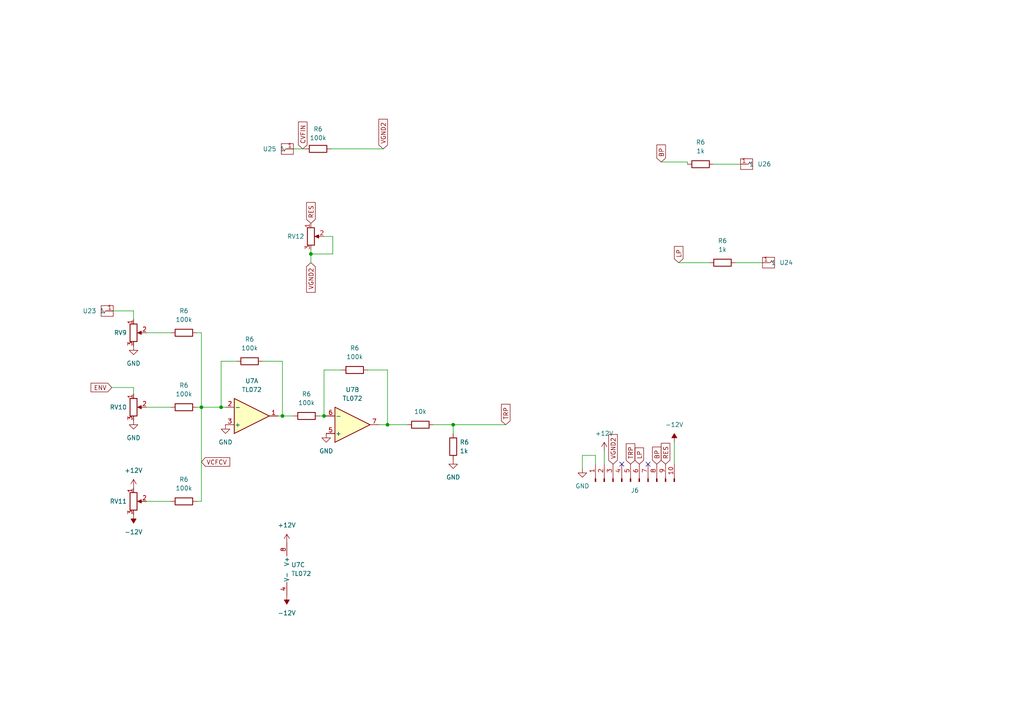
<source format=kicad_sch>
(kicad_sch
	(version 20231120)
	(generator "eeschema")
	(generator_version "8.0")
	(uuid "66d20261-a12e-4252-923d-dd1c7bb5f577")
	(paper "A4")
	(lib_symbols
		(symbol "Amplifier_Operational:TL072"
			(pin_names
				(offset 0.127)
			)
			(exclude_from_sim no)
			(in_bom yes)
			(on_board yes)
			(property "Reference" "U"
				(at 0 5.08 0)
				(effects
					(font
						(size 1.27 1.27)
					)
					(justify left)
				)
			)
			(property "Value" "TL072"
				(at 0 -5.08 0)
				(effects
					(font
						(size 1.27 1.27)
					)
					(justify left)
				)
			)
			(property "Footprint" ""
				(at 0 0 0)
				(effects
					(font
						(size 1.27 1.27)
					)
					(hide yes)
				)
			)
			(property "Datasheet" "http://www.ti.com/lit/ds/symlink/tl071.pdf"
				(at 0 0 0)
				(effects
					(font
						(size 1.27 1.27)
					)
					(hide yes)
				)
			)
			(property "Description" "Dual Low-Noise JFET-Input Operational Amplifiers, DIP-8/SOIC-8"
				(at 0 0 0)
				(effects
					(font
						(size 1.27 1.27)
					)
					(hide yes)
				)
			)
			(property "ki_locked" ""
				(at 0 0 0)
				(effects
					(font
						(size 1.27 1.27)
					)
				)
			)
			(property "ki_keywords" "dual opamp"
				(at 0 0 0)
				(effects
					(font
						(size 1.27 1.27)
					)
					(hide yes)
				)
			)
			(property "ki_fp_filters" "SOIC*3.9x4.9mm*P1.27mm* DIP*W7.62mm* TO*99* OnSemi*Micro8* TSSOP*3x3mm*P0.65mm* TSSOP*4.4x3mm*P0.65mm* MSOP*3x3mm*P0.65mm* SSOP*3.9x4.9mm*P0.635mm* LFCSP*2x2mm*P0.5mm* *SIP* SOIC*5.3x6.2mm*P1.27mm*"
				(at 0 0 0)
				(effects
					(font
						(size 1.27 1.27)
					)
					(hide yes)
				)
			)
			(symbol "TL072_1_1"
				(polyline
					(pts
						(xy -5.08 5.08) (xy 5.08 0) (xy -5.08 -5.08) (xy -5.08 5.08)
					)
					(stroke
						(width 0.254)
						(type default)
					)
					(fill
						(type background)
					)
				)
				(pin output line
					(at 7.62 0 180)
					(length 2.54)
					(name "~"
						(effects
							(font
								(size 1.27 1.27)
							)
						)
					)
					(number "1"
						(effects
							(font
								(size 1.27 1.27)
							)
						)
					)
				)
				(pin input line
					(at -7.62 -2.54 0)
					(length 2.54)
					(name "-"
						(effects
							(font
								(size 1.27 1.27)
							)
						)
					)
					(number "2"
						(effects
							(font
								(size 1.27 1.27)
							)
						)
					)
				)
				(pin input line
					(at -7.62 2.54 0)
					(length 2.54)
					(name "+"
						(effects
							(font
								(size 1.27 1.27)
							)
						)
					)
					(number "3"
						(effects
							(font
								(size 1.27 1.27)
							)
						)
					)
				)
			)
			(symbol "TL072_2_1"
				(polyline
					(pts
						(xy -5.08 5.08) (xy 5.08 0) (xy -5.08 -5.08) (xy -5.08 5.08)
					)
					(stroke
						(width 0.254)
						(type default)
					)
					(fill
						(type background)
					)
				)
				(pin input line
					(at -7.62 2.54 0)
					(length 2.54)
					(name "+"
						(effects
							(font
								(size 1.27 1.27)
							)
						)
					)
					(number "5"
						(effects
							(font
								(size 1.27 1.27)
							)
						)
					)
				)
				(pin input line
					(at -7.62 -2.54 0)
					(length 2.54)
					(name "-"
						(effects
							(font
								(size 1.27 1.27)
							)
						)
					)
					(number "6"
						(effects
							(font
								(size 1.27 1.27)
							)
						)
					)
				)
				(pin output line
					(at 7.62 0 180)
					(length 2.54)
					(name "~"
						(effects
							(font
								(size 1.27 1.27)
							)
						)
					)
					(number "7"
						(effects
							(font
								(size 1.27 1.27)
							)
						)
					)
				)
			)
			(symbol "TL072_3_1"
				(pin power_in line
					(at -2.54 -7.62 90)
					(length 3.81)
					(name "V-"
						(effects
							(font
								(size 1.27 1.27)
							)
						)
					)
					(number "4"
						(effects
							(font
								(size 1.27 1.27)
							)
						)
					)
				)
				(pin power_in line
					(at -2.54 7.62 270)
					(length 3.81)
					(name "V+"
						(effects
							(font
								(size 1.27 1.27)
							)
						)
					)
					(number "8"
						(effects
							(font
								(size 1.27 1.27)
							)
						)
					)
				)
			)
		)
		(symbol "Connector:Conn_01x10_Pin"
			(pin_names
				(offset 1.016) hide)
			(exclude_from_sim no)
			(in_bom yes)
			(on_board yes)
			(property "Reference" "J"
				(at 0 12.7 0)
				(effects
					(font
						(size 1.27 1.27)
					)
				)
			)
			(property "Value" "Conn_01x10_Pin"
				(at 0 -15.24 0)
				(effects
					(font
						(size 1.27 1.27)
					)
				)
			)
			(property "Footprint" ""
				(at 0 0 0)
				(effects
					(font
						(size 1.27 1.27)
					)
					(hide yes)
				)
			)
			(property "Datasheet" "~"
				(at 0 0 0)
				(effects
					(font
						(size 1.27 1.27)
					)
					(hide yes)
				)
			)
			(property "Description" "Generic connector, single row, 01x10, script generated"
				(at 0 0 0)
				(effects
					(font
						(size 1.27 1.27)
					)
					(hide yes)
				)
			)
			(property "ki_locked" ""
				(at 0 0 0)
				(effects
					(font
						(size 1.27 1.27)
					)
				)
			)
			(property "ki_keywords" "connector"
				(at 0 0 0)
				(effects
					(font
						(size 1.27 1.27)
					)
					(hide yes)
				)
			)
			(property "ki_fp_filters" "Connector*:*_1x??_*"
				(at 0 0 0)
				(effects
					(font
						(size 1.27 1.27)
					)
					(hide yes)
				)
			)
			(symbol "Conn_01x10_Pin_1_1"
				(polyline
					(pts
						(xy 1.27 -12.7) (xy 0.8636 -12.7)
					)
					(stroke
						(width 0.1524)
						(type default)
					)
					(fill
						(type none)
					)
				)
				(polyline
					(pts
						(xy 1.27 -10.16) (xy 0.8636 -10.16)
					)
					(stroke
						(width 0.1524)
						(type default)
					)
					(fill
						(type none)
					)
				)
				(polyline
					(pts
						(xy 1.27 -7.62) (xy 0.8636 -7.62)
					)
					(stroke
						(width 0.1524)
						(type default)
					)
					(fill
						(type none)
					)
				)
				(polyline
					(pts
						(xy 1.27 -5.08) (xy 0.8636 -5.08)
					)
					(stroke
						(width 0.1524)
						(type default)
					)
					(fill
						(type none)
					)
				)
				(polyline
					(pts
						(xy 1.27 -2.54) (xy 0.8636 -2.54)
					)
					(stroke
						(width 0.1524)
						(type default)
					)
					(fill
						(type none)
					)
				)
				(polyline
					(pts
						(xy 1.27 0) (xy 0.8636 0)
					)
					(stroke
						(width 0.1524)
						(type default)
					)
					(fill
						(type none)
					)
				)
				(polyline
					(pts
						(xy 1.27 2.54) (xy 0.8636 2.54)
					)
					(stroke
						(width 0.1524)
						(type default)
					)
					(fill
						(type none)
					)
				)
				(polyline
					(pts
						(xy 1.27 5.08) (xy 0.8636 5.08)
					)
					(stroke
						(width 0.1524)
						(type default)
					)
					(fill
						(type none)
					)
				)
				(polyline
					(pts
						(xy 1.27 7.62) (xy 0.8636 7.62)
					)
					(stroke
						(width 0.1524)
						(type default)
					)
					(fill
						(type none)
					)
				)
				(polyline
					(pts
						(xy 1.27 10.16) (xy 0.8636 10.16)
					)
					(stroke
						(width 0.1524)
						(type default)
					)
					(fill
						(type none)
					)
				)
				(rectangle
					(start 0.8636 -12.573)
					(end 0 -12.827)
					(stroke
						(width 0.1524)
						(type default)
					)
					(fill
						(type outline)
					)
				)
				(rectangle
					(start 0.8636 -10.033)
					(end 0 -10.287)
					(stroke
						(width 0.1524)
						(type default)
					)
					(fill
						(type outline)
					)
				)
				(rectangle
					(start 0.8636 -7.493)
					(end 0 -7.747)
					(stroke
						(width 0.1524)
						(type default)
					)
					(fill
						(type outline)
					)
				)
				(rectangle
					(start 0.8636 -4.953)
					(end 0 -5.207)
					(stroke
						(width 0.1524)
						(type default)
					)
					(fill
						(type outline)
					)
				)
				(rectangle
					(start 0.8636 -2.413)
					(end 0 -2.667)
					(stroke
						(width 0.1524)
						(type default)
					)
					(fill
						(type outline)
					)
				)
				(rectangle
					(start 0.8636 0.127)
					(end 0 -0.127)
					(stroke
						(width 0.1524)
						(type default)
					)
					(fill
						(type outline)
					)
				)
				(rectangle
					(start 0.8636 2.667)
					(end 0 2.413)
					(stroke
						(width 0.1524)
						(type default)
					)
					(fill
						(type outline)
					)
				)
				(rectangle
					(start 0.8636 5.207)
					(end 0 4.953)
					(stroke
						(width 0.1524)
						(type default)
					)
					(fill
						(type outline)
					)
				)
				(rectangle
					(start 0.8636 7.747)
					(end 0 7.493)
					(stroke
						(width 0.1524)
						(type default)
					)
					(fill
						(type outline)
					)
				)
				(rectangle
					(start 0.8636 10.287)
					(end 0 10.033)
					(stroke
						(width 0.1524)
						(type default)
					)
					(fill
						(type outline)
					)
				)
				(pin passive line
					(at 5.08 10.16 180)
					(length 3.81)
					(name "Pin_1"
						(effects
							(font
								(size 1.27 1.27)
							)
						)
					)
					(number "1"
						(effects
							(font
								(size 1.27 1.27)
							)
						)
					)
				)
				(pin passive line
					(at 5.08 -12.7 180)
					(length 3.81)
					(name "Pin_10"
						(effects
							(font
								(size 1.27 1.27)
							)
						)
					)
					(number "10"
						(effects
							(font
								(size 1.27 1.27)
							)
						)
					)
				)
				(pin passive line
					(at 5.08 7.62 180)
					(length 3.81)
					(name "Pin_2"
						(effects
							(font
								(size 1.27 1.27)
							)
						)
					)
					(number "2"
						(effects
							(font
								(size 1.27 1.27)
							)
						)
					)
				)
				(pin passive line
					(at 5.08 5.08 180)
					(length 3.81)
					(name "Pin_3"
						(effects
							(font
								(size 1.27 1.27)
							)
						)
					)
					(number "3"
						(effects
							(font
								(size 1.27 1.27)
							)
						)
					)
				)
				(pin passive line
					(at 5.08 2.54 180)
					(length 3.81)
					(name "Pin_4"
						(effects
							(font
								(size 1.27 1.27)
							)
						)
					)
					(number "4"
						(effects
							(font
								(size 1.27 1.27)
							)
						)
					)
				)
				(pin passive line
					(at 5.08 0 180)
					(length 3.81)
					(name "Pin_5"
						(effects
							(font
								(size 1.27 1.27)
							)
						)
					)
					(number "5"
						(effects
							(font
								(size 1.27 1.27)
							)
						)
					)
				)
				(pin passive line
					(at 5.08 -2.54 180)
					(length 3.81)
					(name "Pin_6"
						(effects
							(font
								(size 1.27 1.27)
							)
						)
					)
					(number "6"
						(effects
							(font
								(size 1.27 1.27)
							)
						)
					)
				)
				(pin passive line
					(at 5.08 -5.08 180)
					(length 3.81)
					(name "Pin_7"
						(effects
							(font
								(size 1.27 1.27)
							)
						)
					)
					(number "7"
						(effects
							(font
								(size 1.27 1.27)
							)
						)
					)
				)
				(pin passive line
					(at 5.08 -7.62 180)
					(length 3.81)
					(name "Pin_8"
						(effects
							(font
								(size 1.27 1.27)
							)
						)
					)
					(number "8"
						(effects
							(font
								(size 1.27 1.27)
							)
						)
					)
				)
				(pin passive line
					(at 5.08 -10.16 180)
					(length 3.81)
					(name "Pin_9"
						(effects
							(font
								(size 1.27 1.27)
							)
						)
					)
					(number "9"
						(effects
							(font
								(size 1.27 1.27)
							)
						)
					)
				)
			)
		)
		(symbol "Device:R"
			(pin_numbers hide)
			(pin_names
				(offset 0)
			)
			(exclude_from_sim no)
			(in_bom yes)
			(on_board yes)
			(property "Reference" "R"
				(at 2.032 0 90)
				(effects
					(font
						(size 1.27 1.27)
					)
				)
			)
			(property "Value" "R"
				(at 0 0 90)
				(effects
					(font
						(size 1.27 1.27)
					)
				)
			)
			(property "Footprint" ""
				(at -1.778 0 90)
				(effects
					(font
						(size 1.27 1.27)
					)
					(hide yes)
				)
			)
			(property "Datasheet" "~"
				(at 0 0 0)
				(effects
					(font
						(size 1.27 1.27)
					)
					(hide yes)
				)
			)
			(property "Description" "Resistor"
				(at 0 0 0)
				(effects
					(font
						(size 1.27 1.27)
					)
					(hide yes)
				)
			)
			(property "ki_keywords" "R res resistor"
				(at 0 0 0)
				(effects
					(font
						(size 1.27 1.27)
					)
					(hide yes)
				)
			)
			(property "ki_fp_filters" "R_*"
				(at 0 0 0)
				(effects
					(font
						(size 1.27 1.27)
					)
					(hide yes)
				)
			)
			(symbol "R_0_1"
				(rectangle
					(start -1.016 -2.54)
					(end 1.016 2.54)
					(stroke
						(width 0.254)
						(type default)
					)
					(fill
						(type none)
					)
				)
			)
			(symbol "R_1_1"
				(pin passive line
					(at 0 3.81 270)
					(length 1.27)
					(name "~"
						(effects
							(font
								(size 1.27 1.27)
							)
						)
					)
					(number "1"
						(effects
							(font
								(size 1.27 1.27)
							)
						)
					)
				)
				(pin passive line
					(at 0 -3.81 90)
					(length 1.27)
					(name "~"
						(effects
							(font
								(size 1.27 1.27)
							)
						)
					)
					(number "2"
						(effects
							(font
								(size 1.27 1.27)
							)
						)
					)
				)
			)
		)
		(symbol "Device:R_Potentiometer"
			(pin_names
				(offset 1.016) hide)
			(exclude_from_sim no)
			(in_bom yes)
			(on_board yes)
			(property "Reference" "RV"
				(at -4.445 0 90)
				(effects
					(font
						(size 1.27 1.27)
					)
				)
			)
			(property "Value" "R_Potentiometer"
				(at -2.54 0 90)
				(effects
					(font
						(size 1.27 1.27)
					)
				)
			)
			(property "Footprint" ""
				(at 0 0 0)
				(effects
					(font
						(size 1.27 1.27)
					)
					(hide yes)
				)
			)
			(property "Datasheet" "~"
				(at 0 0 0)
				(effects
					(font
						(size 1.27 1.27)
					)
					(hide yes)
				)
			)
			(property "Description" "Potentiometer"
				(at 0 0 0)
				(effects
					(font
						(size 1.27 1.27)
					)
					(hide yes)
				)
			)
			(property "ki_keywords" "resistor variable"
				(at 0 0 0)
				(effects
					(font
						(size 1.27 1.27)
					)
					(hide yes)
				)
			)
			(property "ki_fp_filters" "Potentiometer*"
				(at 0 0 0)
				(effects
					(font
						(size 1.27 1.27)
					)
					(hide yes)
				)
			)
			(symbol "R_Potentiometer_0_1"
				(polyline
					(pts
						(xy 2.54 0) (xy 1.524 0)
					)
					(stroke
						(width 0)
						(type default)
					)
					(fill
						(type none)
					)
				)
				(polyline
					(pts
						(xy 1.143 0) (xy 2.286 0.508) (xy 2.286 -0.508) (xy 1.143 0)
					)
					(stroke
						(width 0)
						(type default)
					)
					(fill
						(type outline)
					)
				)
				(rectangle
					(start 1.016 2.54)
					(end -1.016 -2.54)
					(stroke
						(width 0.254)
						(type default)
					)
					(fill
						(type none)
					)
				)
			)
			(symbol "R_Potentiometer_1_1"
				(pin passive line
					(at 0 3.81 270)
					(length 1.27)
					(name "1"
						(effects
							(font
								(size 1.27 1.27)
							)
						)
					)
					(number "1"
						(effects
							(font
								(size 1.27 1.27)
							)
						)
					)
				)
				(pin passive line
					(at 3.81 0 180)
					(length 1.27)
					(name "2"
						(effects
							(font
								(size 1.27 1.27)
							)
						)
					)
					(number "2"
						(effects
							(font
								(size 1.27 1.27)
							)
						)
					)
				)
				(pin passive line
					(at 0 -3.81 90)
					(length 1.27)
					(name "3"
						(effects
							(font
								(size 1.27 1.27)
							)
						)
					)
					(number "3"
						(effects
							(font
								(size 1.27 1.27)
							)
						)
					)
				)
			)
		)
		(symbol "HEJ:Aux_flush"
			(exclude_from_sim no)
			(in_bom yes)
			(on_board yes)
			(property "Reference" "U"
				(at -0.0508 5.3848 0)
				(effects
					(font
						(size 1.27 1.27)
					)
				)
			)
			(property "Value" "Aux_flush"
				(at 0 3.5052 0)
				(effects
					(font
						(size 1.27 1.27)
					)
					(hide yes)
				)
			)
			(property "Footprint" ""
				(at 0 0 0)
				(effects
					(font
						(size 1.27 1.27)
					)
					(hide yes)
				)
			)
			(property "Datasheet" ""
				(at 0 0 0)
				(effects
					(font
						(size 1.27 1.27)
					)
					(hide yes)
				)
			)
			(property "Description" ""
				(at 0 0 0)
				(effects
					(font
						(size 1.27 1.27)
					)
					(hide yes)
				)
			)
			(symbol "Aux_flush_0_1"
				(rectangle
					(start -1.778 1.524)
					(end 1.7272 -1.5748)
					(stroke
						(width 0)
						(type default)
					)
					(fill
						(type none)
					)
				)
				(polyline
					(pts
						(xy -1.2192 0.0508) (xy -0.8636 -0.6604) (xy -0.5588 0) (xy 1.6764 0)
					)
					(stroke
						(width 0)
						(type default)
					)
					(fill
						(type none)
					)
				)
			)
			(symbol "Aux_flush_1_1"
				(pin bidirectional line
					(at 1.7272 0 180)
					(length 2)
					(name "1"
						(effects
							(font
								(size 1.27 1.27)
							)
						)
					)
					(number "1"
						(effects
							(font
								(size 1.27 1.27)
							)
						)
					)
				)
			)
		)
		(symbol "power:+12V"
			(power)
			(pin_names
				(offset 0)
			)
			(exclude_from_sim no)
			(in_bom yes)
			(on_board yes)
			(property "Reference" "#PWR"
				(at 0 -3.81 0)
				(effects
					(font
						(size 1.27 1.27)
					)
					(hide yes)
				)
			)
			(property "Value" "+12V"
				(at 0 3.556 0)
				(effects
					(font
						(size 1.27 1.27)
					)
				)
			)
			(property "Footprint" ""
				(at 0 0 0)
				(effects
					(font
						(size 1.27 1.27)
					)
					(hide yes)
				)
			)
			(property "Datasheet" ""
				(at 0 0 0)
				(effects
					(font
						(size 1.27 1.27)
					)
					(hide yes)
				)
			)
			(property "Description" "Power symbol creates a global label with name \"+12V\""
				(at 0 0 0)
				(effects
					(font
						(size 1.27 1.27)
					)
					(hide yes)
				)
			)
			(property "ki_keywords" "global power"
				(at 0 0 0)
				(effects
					(font
						(size 1.27 1.27)
					)
					(hide yes)
				)
			)
			(symbol "+12V_0_1"
				(polyline
					(pts
						(xy -0.762 1.27) (xy 0 2.54)
					)
					(stroke
						(width 0)
						(type default)
					)
					(fill
						(type none)
					)
				)
				(polyline
					(pts
						(xy 0 0) (xy 0 2.54)
					)
					(stroke
						(width 0)
						(type default)
					)
					(fill
						(type none)
					)
				)
				(polyline
					(pts
						(xy 0 2.54) (xy 0.762 1.27)
					)
					(stroke
						(width 0)
						(type default)
					)
					(fill
						(type none)
					)
				)
			)
			(symbol "+12V_1_1"
				(pin power_in line
					(at 0 0 90)
					(length 0) hide
					(name "+12V"
						(effects
							(font
								(size 1.27 1.27)
							)
						)
					)
					(number "1"
						(effects
							(font
								(size 1.27 1.27)
							)
						)
					)
				)
			)
		)
		(symbol "power:-12V"
			(power)
			(pin_names
				(offset 0)
			)
			(exclude_from_sim no)
			(in_bom yes)
			(on_board yes)
			(property "Reference" "#PWR"
				(at 0 2.54 0)
				(effects
					(font
						(size 1.27 1.27)
					)
					(hide yes)
				)
			)
			(property "Value" "-12V"
				(at 0 3.81 0)
				(effects
					(font
						(size 1.27 1.27)
					)
				)
			)
			(property "Footprint" ""
				(at 0 0 0)
				(effects
					(font
						(size 1.27 1.27)
					)
					(hide yes)
				)
			)
			(property "Datasheet" ""
				(at 0 0 0)
				(effects
					(font
						(size 1.27 1.27)
					)
					(hide yes)
				)
			)
			(property "Description" "Power symbol creates a global label with name \"-12V\""
				(at 0 0 0)
				(effects
					(font
						(size 1.27 1.27)
					)
					(hide yes)
				)
			)
			(property "ki_keywords" "global power"
				(at 0 0 0)
				(effects
					(font
						(size 1.27 1.27)
					)
					(hide yes)
				)
			)
			(symbol "-12V_0_0"
				(pin power_in line
					(at 0 0 90)
					(length 0) hide
					(name "-12V"
						(effects
							(font
								(size 1.27 1.27)
							)
						)
					)
					(number "1"
						(effects
							(font
								(size 1.27 1.27)
							)
						)
					)
				)
			)
			(symbol "-12V_0_1"
				(polyline
					(pts
						(xy 0 0) (xy 0 1.27) (xy 0.762 1.27) (xy 0 2.54) (xy -0.762 1.27) (xy 0 1.27)
					)
					(stroke
						(width 0)
						(type default)
					)
					(fill
						(type outline)
					)
				)
			)
		)
		(symbol "power:GND"
			(power)
			(pin_names
				(offset 0)
			)
			(exclude_from_sim no)
			(in_bom yes)
			(on_board yes)
			(property "Reference" "#PWR"
				(at 0 -6.35 0)
				(effects
					(font
						(size 1.27 1.27)
					)
					(hide yes)
				)
			)
			(property "Value" "GND"
				(at 0 -3.81 0)
				(effects
					(font
						(size 1.27 1.27)
					)
				)
			)
			(property "Footprint" ""
				(at 0 0 0)
				(effects
					(font
						(size 1.27 1.27)
					)
					(hide yes)
				)
			)
			(property "Datasheet" ""
				(at 0 0 0)
				(effects
					(font
						(size 1.27 1.27)
					)
					(hide yes)
				)
			)
			(property "Description" "Power symbol creates a global label with name \"GND\" , ground"
				(at 0 0 0)
				(effects
					(font
						(size 1.27 1.27)
					)
					(hide yes)
				)
			)
			(property "ki_keywords" "power-flag"
				(at 0 0 0)
				(effects
					(font
						(size 1.27 1.27)
					)
					(hide yes)
				)
			)
			(symbol "GND_0_1"
				(polyline
					(pts
						(xy 0 0) (xy 0 -1.27) (xy 1.27 -1.27) (xy 0 -2.54) (xy -1.27 -1.27) (xy 0 -1.27)
					)
					(stroke
						(width 0)
						(type default)
					)
					(fill
						(type none)
					)
				)
			)
			(symbol "GND_1_1"
				(pin power_in line
					(at 0 0 270)
					(length 0) hide
					(name "GND"
						(effects
							(font
								(size 1.27 1.27)
							)
						)
					)
					(number "1"
						(effects
							(font
								(size 1.27 1.27)
							)
						)
					)
				)
			)
		)
	)
	(junction
		(at 112.395 123.19)
		(diameter 0)
		(color 0 0 0 0)
		(uuid "1e91d290-92f5-445c-92e4-9b8e27faffe4")
	)
	(junction
		(at 81.915 120.65)
		(diameter 0)
		(color 0 0 0 0)
		(uuid "78283f1e-cd50-4118-95f5-acedfe99ac9b")
	)
	(junction
		(at 58.42 118.11)
		(diameter 0)
		(color 0 0 0 0)
		(uuid "8391b653-2440-4475-a0fa-dd003f4224f5")
	)
	(junction
		(at 90.17 73.66)
		(diameter 0)
		(color 0 0 0 0)
		(uuid "895b7642-88f5-4526-88a0-6584222075e8")
	)
	(junction
		(at 93.98 120.65)
		(diameter 0)
		(color 0 0 0 0)
		(uuid "9e556118-92c2-463e-8dbf-ae803fb0ec43")
	)
	(junction
		(at 64.135 118.11)
		(diameter 0)
		(color 0 0 0 0)
		(uuid "bcf35770-d2d9-40c5-ae64-396ac5729c72")
	)
	(junction
		(at 131.445 123.19)
		(diameter 0)
		(color 0 0 0 0)
		(uuid "dc46aced-8c06-44ce-b6f4-de7693d5c47a")
	)
	(no_connect
		(at 187.96 134.62)
		(uuid "385b3125-ac74-4387-b92f-43786d0e6d41")
	)
	(no_connect
		(at 180.34 134.62)
		(uuid "7bb2004a-4793-4bea-8f2f-605b90022a08")
	)
	(wire
		(pts
			(xy 93.98 107.315) (xy 99.06 107.315)
		)
		(stroke
			(width 0)
			(type default)
		)
		(uuid "082b29a8-fbad-47f6-a9b7-8958b9b84c85")
	)
	(wire
		(pts
			(xy 64.135 118.11) (xy 64.135 104.775)
		)
		(stroke
			(width 0)
			(type default)
		)
		(uuid "14ae0e24-a11b-4ec3-8f26-c2ee570fb00f")
	)
	(wire
		(pts
			(xy 49.53 145.415) (xy 42.545 145.415)
		)
		(stroke
			(width 0)
			(type default)
		)
		(uuid "15ac1c15-ea24-4970-9d8f-056b1bc659d9")
	)
	(wire
		(pts
			(xy 112.395 107.315) (xy 112.395 123.19)
		)
		(stroke
			(width 0)
			(type default)
		)
		(uuid "2052a7d5-c7ad-4635-bf63-20c73c5ccea5")
	)
	(wire
		(pts
			(xy 38.735 90.17) (xy 32.8422 90.17)
		)
		(stroke
			(width 0)
			(type default)
		)
		(uuid "2f34625d-4496-4a20-96bf-229b942542c2")
	)
	(wire
		(pts
			(xy 58.42 145.415) (xy 57.15 145.415)
		)
		(stroke
			(width 0)
			(type default)
		)
		(uuid "3753cd92-2883-4c49-a77d-77fe62f09663")
	)
	(wire
		(pts
			(xy 112.395 123.19) (xy 118.11 123.19)
		)
		(stroke
			(width 0)
			(type default)
		)
		(uuid "38fc4d7c-a1fb-4f24-a096-24137b4f2822")
	)
	(wire
		(pts
			(xy 58.42 96.52) (xy 57.15 96.52)
		)
		(stroke
			(width 0)
			(type default)
		)
		(uuid "3b4f20d2-88b2-4d75-b6df-c7e0e9d49630")
	)
	(wire
		(pts
			(xy 96.52 68.58) (xy 96.52 73.66)
		)
		(stroke
			(width 0)
			(type default)
		)
		(uuid "3ea00029-d447-420b-80af-ab254c2635d7")
	)
	(wire
		(pts
			(xy 90.17 73.66) (xy 90.17 76.2)
		)
		(stroke
			(width 0)
			(type default)
		)
		(uuid "41e452ce-09a7-4afb-bfea-78b686ce8b54")
	)
	(wire
		(pts
			(xy 93.98 120.65) (xy 93.98 107.315)
		)
		(stroke
			(width 0)
			(type default)
		)
		(uuid "4743fc41-39dc-444b-8d6d-9c4ddfe44cbd")
	)
	(wire
		(pts
			(xy 64.135 104.775) (xy 68.58 104.775)
		)
		(stroke
			(width 0)
			(type default)
		)
		(uuid "4a1e773a-3bca-4eed-b84a-dfc5eaa1b24b")
	)
	(wire
		(pts
			(xy 106.68 107.315) (xy 112.395 107.315)
		)
		(stroke
			(width 0)
			(type default)
		)
		(uuid "56222580-0103-45a9-a5f7-ec4d338cf122")
	)
	(wire
		(pts
			(xy 76.2 104.775) (xy 81.915 104.775)
		)
		(stroke
			(width 0)
			(type default)
		)
		(uuid "56c3499c-2c3b-4fa8-a5c4-4430ffac9363")
	)
	(wire
		(pts
			(xy 85.09 120.65) (xy 81.915 120.65)
		)
		(stroke
			(width 0)
			(type default)
		)
		(uuid "64075b33-244c-4052-bc08-24001fed85ce")
	)
	(wire
		(pts
			(xy 199.39 46.99) (xy 199.39 47.625)
		)
		(stroke
			(width 0)
			(type default)
		)
		(uuid "651a7924-28ea-474d-a7a1-16059e532ff5")
	)
	(wire
		(pts
			(xy 93.98 68.58) (xy 96.52 68.58)
		)
		(stroke
			(width 0)
			(type default)
		)
		(uuid "69b584b7-fd4f-4245-8151-3c3580707829")
	)
	(wire
		(pts
			(xy 81.915 120.65) (xy 80.645 120.65)
		)
		(stroke
			(width 0)
			(type default)
		)
		(uuid "6aea89e5-f3f5-477e-8a4a-8d5a1e13d60f")
	)
	(wire
		(pts
			(xy 90.17 72.39) (xy 90.17 73.66)
		)
		(stroke
			(width 0)
			(type default)
		)
		(uuid "6ba6a6b4-20bd-46c0-949c-58ce650f7042")
	)
	(wire
		(pts
			(xy 168.91 132.08) (xy 172.72 132.08)
		)
		(stroke
			(width 0)
			(type default)
		)
		(uuid "743313d6-29e0-4487-8fc7-11b779259164")
	)
	(wire
		(pts
			(xy 125.73 123.19) (xy 131.445 123.19)
		)
		(stroke
			(width 0)
			(type default)
		)
		(uuid "810380fb-1cfd-40d8-9e5e-225c180710ad")
	)
	(wire
		(pts
			(xy 146.685 123.19) (xy 131.445 123.19)
		)
		(stroke
			(width 0)
			(type default)
		)
		(uuid "8e5ac076-a795-494e-a1fd-c79f07526728")
	)
	(wire
		(pts
			(xy 58.42 96.52) (xy 58.42 118.11)
		)
		(stroke
			(width 0)
			(type default)
		)
		(uuid "8f11e477-e408-483f-b176-1d119831c4db")
	)
	(wire
		(pts
			(xy 49.53 96.52) (xy 42.545 96.52)
		)
		(stroke
			(width 0)
			(type default)
		)
		(uuid "9059de58-663a-416b-babb-e7b2f08468b3")
	)
	(wire
		(pts
			(xy 38.735 92.71) (xy 38.735 90.17)
		)
		(stroke
			(width 0)
			(type default)
		)
		(uuid "9067f3fe-b331-4f85-a9bf-1c0fb04ec62d")
	)
	(wire
		(pts
			(xy 191.77 46.99) (xy 199.39 46.99)
		)
		(stroke
			(width 0)
			(type default)
		)
		(uuid "908fd760-cc94-4b6a-8523-1c964d1a58b6")
	)
	(wire
		(pts
			(xy 96.0628 43.18) (xy 111.3028 43.18)
		)
		(stroke
			(width 0)
			(type default)
		)
		(uuid "93c114a1-aa15-4b73-9998-e23ad7ffa98d")
	)
	(wire
		(pts
			(xy 38.735 112.395) (xy 38.735 114.3)
		)
		(stroke
			(width 0)
			(type default)
		)
		(uuid "9d466e84-b661-41cb-9e57-bc20b81fccb5")
	)
	(wire
		(pts
			(xy 64.135 118.11) (xy 65.405 118.11)
		)
		(stroke
			(width 0)
			(type default)
		)
		(uuid "a5a5bfcd-114b-4b61-91c6-1b8b3b674ced")
	)
	(wire
		(pts
			(xy 58.42 118.11) (xy 57.15 118.11)
		)
		(stroke
			(width 0)
			(type default)
		)
		(uuid "a5c98011-efe5-46fb-827c-93f9b764a6b1")
	)
	(wire
		(pts
			(xy 94.615 120.65) (xy 93.98 120.65)
		)
		(stroke
			(width 0)
			(type default)
		)
		(uuid "a7bb4c2b-4ee7-4e3a-91d1-13c3eb77a31f")
	)
	(wire
		(pts
			(xy 85.09 43.18) (xy 88.4428 43.18)
		)
		(stroke
			(width 0)
			(type default)
		)
		(uuid "a8c5fe30-8e5a-4058-87d9-6c4977e0e166")
	)
	(wire
		(pts
			(xy 93.98 120.65) (xy 92.71 120.65)
		)
		(stroke
			(width 0)
			(type default)
		)
		(uuid "a92c3c62-85e4-491b-b43c-eea204849c2a")
	)
	(wire
		(pts
			(xy 58.42 118.11) (xy 64.135 118.11)
		)
		(stroke
			(width 0)
			(type default)
		)
		(uuid "af802e0c-a8b3-477f-a904-39cb4de3df22")
	)
	(wire
		(pts
			(xy 131.445 125.73) (xy 131.445 123.19)
		)
		(stroke
			(width 0)
			(type default)
		)
		(uuid "b1b9977a-96d3-4898-8d74-8e0d66a7a5fc")
	)
	(wire
		(pts
			(xy 49.53 118.11) (xy 42.545 118.11)
		)
		(stroke
			(width 0)
			(type default)
		)
		(uuid "bcfec775-f4fd-4d4b-bd7e-26b4d6c8efd1")
	)
	(wire
		(pts
			(xy 195.58 128.27) (xy 195.58 134.62)
		)
		(stroke
			(width 0)
			(type default)
		)
		(uuid "cb298588-ca4d-4203-8891-888888ab9bc4")
	)
	(wire
		(pts
			(xy 96.52 73.66) (xy 90.17 73.66)
		)
		(stroke
			(width 0)
			(type default)
		)
		(uuid "cba7091f-ae92-4bae-9008-06281e724fd4")
	)
	(wire
		(pts
			(xy 81.915 104.775) (xy 81.915 120.65)
		)
		(stroke
			(width 0)
			(type default)
		)
		(uuid "d389310f-7803-4e34-97d8-27a1f6cde888")
	)
	(wire
		(pts
			(xy 213.36 76.2) (xy 221.1578 76.2)
		)
		(stroke
			(width 0)
			(type default)
		)
		(uuid "d718f843-6e6e-4bc1-94c9-570ca2ec99f0")
	)
	(wire
		(pts
			(xy 207.01 47.625) (xy 214.8078 47.625)
		)
		(stroke
			(width 0)
			(type default)
		)
		(uuid "e873d856-50d9-4864-8e2b-a54c2b0b395a")
	)
	(wire
		(pts
			(xy 109.855 123.19) (xy 112.395 123.19)
		)
		(stroke
			(width 0)
			(type default)
		)
		(uuid "ef190c01-67ec-4cea-b15c-cf0715fca1d5")
	)
	(wire
		(pts
			(xy 32.385 112.395) (xy 38.735 112.395)
		)
		(stroke
			(width 0)
			(type default)
		)
		(uuid "ef7f1332-8f28-4d77-a9ae-ab13bb325348")
	)
	(wire
		(pts
			(xy 172.72 132.08) (xy 172.72 134.62)
		)
		(stroke
			(width 0)
			(type default)
		)
		(uuid "f2362c8e-d756-4c67-bfa9-29b38ce8bc9d")
	)
	(wire
		(pts
			(xy 196.85 76.2) (xy 205.74 76.2)
		)
		(stroke
			(width 0)
			(type default)
		)
		(uuid "f3cb5591-6356-47c5-8193-9caf8f479cb2")
	)
	(wire
		(pts
			(xy 168.91 135.89) (xy 168.91 132.08)
		)
		(stroke
			(width 0)
			(type default)
		)
		(uuid "f6a4861d-b31c-48eb-9293-57111d2646b7")
	)
	(wire
		(pts
			(xy 58.42 118.11) (xy 58.42 145.415)
		)
		(stroke
			(width 0)
			(type default)
		)
		(uuid "fc9e2375-1b1c-44ba-ad77-473e77c8a700")
	)
	(wire
		(pts
			(xy 175.26 130.81) (xy 175.26 134.62)
		)
		(stroke
			(width 0)
			(type default)
		)
		(uuid "ff373b84-ce98-488c-9b5d-dc51ce09e426")
	)
	(global_label "RES"
		(shape input)
		(at 193.04 134.62 90)
		(fields_autoplaced yes)
		(effects
			(font
				(size 1.27 1.27)
			)
			(justify left)
		)
		(uuid "04741ad7-8d34-44da-b9e2-cf72792e4ca0")
		(property "Intersheetrefs" "${INTERSHEET_REFS}"
			(at 193.04 128.0063 90)
			(effects
				(font
					(size 1.27 1.27)
				)
				(justify left)
				(hide yes)
			)
		)
	)
	(global_label "CVFIN"
		(shape input)
		(at 87.8078 43.18 90)
		(fields_autoplaced yes)
		(effects
			(font
				(size 1.27 1.27)
			)
			(justify left)
		)
		(uuid "19ebbae4-5084-4cd9-a2dc-5a1dbce7b13d")
		(property "Intersheetrefs" "${INTERSHEET_REFS}"
			(at 87.8078 34.8123 90)
			(effects
				(font
					(size 1.27 1.27)
				)
				(justify left)
				(hide yes)
			)
		)
	)
	(global_label "RES"
		(shape input)
		(at 90.17 64.77 90)
		(fields_autoplaced yes)
		(effects
			(font
				(size 1.27 1.27)
			)
			(justify left)
		)
		(uuid "1fadaea9-7fba-4fde-9f13-61a9bd6b1a81")
		(property "Intersheetrefs" "${INTERSHEET_REFS}"
			(at 90.17 58.1563 90)
			(effects
				(font
					(size 1.27 1.27)
				)
				(justify left)
				(hide yes)
			)
		)
	)
	(global_label "VGND2"
		(shape input)
		(at 111.1344 43.18 90)
		(fields_autoplaced yes)
		(effects
			(font
				(size 1.27 1.27)
			)
			(justify left)
		)
		(uuid "33729e9e-8152-4fd5-b46d-2ad0c5ff6655")
		(property "Intersheetrefs" "${INTERSHEET_REFS}"
			(at 111.1344 34.0262 90)
			(effects
				(font
					(size 1.27 1.27)
				)
				(justify left)
				(hide yes)
			)
		)
	)
	(global_label "LP"
		(shape input)
		(at 196.85 76.2 90)
		(fields_autoplaced yes)
		(effects
			(font
				(size 1.27 1.27)
			)
			(justify left)
		)
		(uuid "38f27057-403c-4715-99db-e93728cd417f")
		(property "Intersheetrefs" "${INTERSHEET_REFS}"
			(at 196.85 70.9167 90)
			(effects
				(font
					(size 1.27 1.27)
				)
				(justify left)
				(hide yes)
			)
		)
	)
	(global_label "TRP"
		(shape input)
		(at 182.88 134.62 90)
		(fields_autoplaced yes)
		(effects
			(font
				(size 1.27 1.27)
			)
			(justify left)
		)
		(uuid "4cf88d2f-786f-45d6-a4b8-c207892ec0d4")
		(property "Intersheetrefs" "${INTERSHEET_REFS}"
			(at 182.88 128.1272 90)
			(effects
				(font
					(size 1.27 1.27)
				)
				(justify left)
				(hide yes)
			)
		)
	)
	(global_label "VGND2"
		(shape input)
		(at 90.17 76.2 270)
		(fields_autoplaced yes)
		(effects
			(font
				(size 1.27 1.27)
			)
			(justify right)
		)
		(uuid "567b6198-ed0d-4692-be32-3b15ecfffa52")
		(property "Intersheetrefs" "${INTERSHEET_REFS}"
			(at 90.17 85.3538 90)
			(effects
				(font
					(size 1.27 1.27)
				)
				(justify right)
				(hide yes)
			)
		)
	)
	(global_label "VCFCV"
		(shape input)
		(at 58.42 133.985 0)
		(fields_autoplaced yes)
		(effects
			(font
				(size 1.27 1.27)
			)
			(justify left)
		)
		(uuid "632544e0-e679-4ea4-b661-5c7b4ce122d7")
		(property "Intersheetrefs" "${INTERSHEET_REFS}"
			(at 67.211 133.985 0)
			(effects
				(font
					(size 1.27 1.27)
				)
				(justify left)
				(hide yes)
			)
		)
	)
	(global_label "BP"
		(shape input)
		(at 191.77 46.99 90)
		(fields_autoplaced yes)
		(effects
			(font
				(size 1.27 1.27)
			)
			(justify left)
		)
		(uuid "a2ef45e3-559e-4495-8e86-c196a559fa46")
		(property "Intersheetrefs" "${INTERSHEET_REFS}"
			(at 191.77 41.4648 90)
			(effects
				(font
					(size 1.27 1.27)
				)
				(justify left)
				(hide yes)
			)
		)
	)
	(global_label "TRP"
		(shape input)
		(at 146.685 123.19 90)
		(fields_autoplaced yes)
		(effects
			(font
				(size 1.27 1.27)
			)
			(justify left)
		)
		(uuid "d1d0e0ed-3221-4cd8-b0a8-0ea735e94201")
		(property "Intersheetrefs" "${INTERSHEET_REFS}"
			(at 146.685 116.6972 90)
			(effects
				(font
					(size 1.27 1.27)
				)
				(justify left)
				(hide yes)
			)
		)
	)
	(global_label "ENV"
		(shape input)
		(at 32.385 112.395 180)
		(fields_autoplaced yes)
		(effects
			(font
				(size 1.27 1.27)
			)
			(justify right)
		)
		(uuid "e1cc5248-2fa3-4c55-ae31-81c3162bb3bb")
		(property "Intersheetrefs" "${INTERSHEET_REFS}"
			(at 25.8317 112.395 0)
			(effects
				(font
					(size 1.27 1.27)
				)
				(justify right)
				(hide yes)
			)
		)
	)
	(global_label "LP"
		(shape input)
		(at 185.42 134.62 90)
		(fields_autoplaced yes)
		(effects
			(font
				(size 1.27 1.27)
			)
			(justify left)
		)
		(uuid "ed78226c-d046-4b92-87cf-5165936b8dd6")
		(property "Intersheetrefs" "${INTERSHEET_REFS}"
			(at 185.42 129.3367 90)
			(effects
				(font
					(size 1.27 1.27)
				)
				(justify left)
				(hide yes)
			)
		)
	)
	(global_label "BP"
		(shape input)
		(at 190.5 134.62 90)
		(fields_autoplaced yes)
		(effects
			(font
				(size 1.27 1.27)
			)
			(justify left)
		)
		(uuid "f6320d0f-cd92-40df-8b59-3fa6b422bb08")
		(property "Intersheetrefs" "${INTERSHEET_REFS}"
			(at 190.5 129.0948 90)
			(effects
				(font
					(size 1.27 1.27)
				)
				(justify left)
				(hide yes)
			)
		)
	)
	(global_label "VGND2"
		(shape input)
		(at 177.8 134.62 90)
		(fields_autoplaced yes)
		(effects
			(font
				(size 1.27 1.27)
			)
			(justify left)
		)
		(uuid "f7f69d4d-bf70-43ff-b097-5bc306f461b6")
		(property "Intersheetrefs" "${INTERSHEET_REFS}"
			(at 177.8 125.4662 90)
			(effects
				(font
					(size 1.27 1.27)
				)
				(justify left)
				(hide yes)
			)
		)
	)
	(symbol
		(lib_id "power:+12V")
		(at 175.26 130.81 0)
		(unit 1)
		(exclude_from_sim no)
		(in_bom yes)
		(on_board yes)
		(dnp no)
		(fields_autoplaced yes)
		(uuid "0850386a-3f85-4a92-9ef2-9b949d097db1")
		(property "Reference" "#PWR065"
			(at 175.26 134.62 0)
			(effects
				(font
					(size 1.27 1.27)
				)
				(hide yes)
			)
		)
		(property "Value" "+12V"
			(at 175.26 125.73 0)
			(effects
				(font
					(size 1.27 1.27)
				)
			)
		)
		(property "Footprint" ""
			(at 175.26 130.81 0)
			(effects
				(font
					(size 1.27 1.27)
				)
				(hide yes)
			)
		)
		(property "Datasheet" ""
			(at 175.26 130.81 0)
			(effects
				(font
					(size 1.27 1.27)
				)
				(hide yes)
			)
		)
		(property "Description" ""
			(at 175.26 130.81 0)
			(effects
				(font
					(size 1.27 1.27)
				)
				(hide yes)
			)
		)
		(pin "1"
			(uuid "df23b464-18b7-4871-8f78-f565409ab959")
		)
		(instances
			(project "Voice"
				(path "/36b978dd-1fd4-4588-80ff-65fc893d96df/58620fd7-2d99-408b-95a5-4e8b9f11804c"
					(reference "#PWR065")
					(unit 1)
				)
			)
		)
	)
	(symbol
		(lib_id "power:-12V")
		(at 38.735 149.225 180)
		(unit 1)
		(exclude_from_sim no)
		(in_bom yes)
		(on_board yes)
		(dnp no)
		(fields_autoplaced yes)
		(uuid "15937e5f-32e7-4978-b678-aad6446f651f")
		(property "Reference" "#PWR067"
			(at 38.735 151.765 0)
			(effects
				(font
					(size 1.27 1.27)
				)
				(hide yes)
			)
		)
		(property "Value" "-12V"
			(at 38.735 154.305 0)
			(effects
				(font
					(size 1.27 1.27)
				)
			)
		)
		(property "Footprint" ""
			(at 38.735 149.225 0)
			(effects
				(font
					(size 1.27 1.27)
				)
				(hide yes)
			)
		)
		(property "Datasheet" ""
			(at 38.735 149.225 0)
			(effects
				(font
					(size 1.27 1.27)
				)
				(hide yes)
			)
		)
		(property "Description" ""
			(at 38.735 149.225 0)
			(effects
				(font
					(size 1.27 1.27)
				)
				(hide yes)
			)
		)
		(pin "1"
			(uuid "c0e70640-8e40-46ed-acf4-09df7493b7dd")
		)
		(instances
			(project "Voice"
				(path "/36b978dd-1fd4-4588-80ff-65fc893d96df/58620fd7-2d99-408b-95a5-4e8b9f11804c"
					(reference "#PWR067")
					(unit 1)
				)
			)
		)
	)
	(symbol
		(lib_id "Device:R_Potentiometer")
		(at 38.735 118.11 0)
		(unit 1)
		(exclude_from_sim no)
		(in_bom yes)
		(on_board yes)
		(dnp no)
		(fields_autoplaced yes)
		(uuid "19f0bdd8-7f9f-4005-b054-f8d802628442")
		(property "Reference" "RV10"
			(at 36.83 118.11 0)
			(effects
				(font
					(size 1.27 1.27)
				)
				(justify right)
			)
		)
		(property "Value" "R_Potentiometer"
			(at 36.195 119.38 0)
			(effects
				(font
					(size 1.27 1.27)
				)
				(justify right)
				(hide yes)
			)
		)
		(property "Footprint" "Library:AlpsPot"
			(at 38.735 118.11 0)
			(effects
				(font
					(size 1.27 1.27)
				)
				(hide yes)
			)
		)
		(property "Datasheet" "~"
			(at 38.735 118.11 0)
			(effects
				(font
					(size 1.27 1.27)
				)
				(hide yes)
			)
		)
		(property "Description" ""
			(at 38.735 118.11 0)
			(effects
				(font
					(size 1.27 1.27)
				)
				(hide yes)
			)
		)
		(pin "3"
			(uuid "5b3c455d-f3a7-4faf-90fc-2e0b40e7bcf9")
		)
		(pin "2"
			(uuid "a7599f5d-5d94-407d-ad65-7f43fbfdc09a")
		)
		(pin "1"
			(uuid "1acb2ec9-227f-48fa-a2cb-ab5030877276")
		)
		(instances
			(project "Voice"
				(path "/36b978dd-1fd4-4588-80ff-65fc893d96df/58620fd7-2d99-408b-95a5-4e8b9f11804c"
					(reference "RV10")
					(unit 1)
				)
			)
		)
	)
	(symbol
		(lib_id "Device:R_Potentiometer")
		(at 38.735 96.52 0)
		(unit 1)
		(exclude_from_sim no)
		(in_bom yes)
		(on_board yes)
		(dnp no)
		(fields_autoplaced yes)
		(uuid "22ebe406-3e31-407c-8bec-3ac0a8da2b93")
		(property "Reference" "RV9"
			(at 36.83 96.52 0)
			(effects
				(font
					(size 1.27 1.27)
				)
				(justify right)
			)
		)
		(property "Value" "R_Potentiometer"
			(at 36.195 97.79 0)
			(effects
				(font
					(size 1.27 1.27)
				)
				(justify right)
				(hide yes)
			)
		)
		(property "Footprint" "Library:AlpsPot"
			(at 38.735 96.52 0)
			(effects
				(font
					(size 1.27 1.27)
				)
				(hide yes)
			)
		)
		(property "Datasheet" "~"
			(at 38.735 96.52 0)
			(effects
				(font
					(size 1.27 1.27)
				)
				(hide yes)
			)
		)
		(property "Description" ""
			(at 38.735 96.52 0)
			(effects
				(font
					(size 1.27 1.27)
				)
				(hide yes)
			)
		)
		(pin "3"
			(uuid "06302781-c1d4-402c-a1ee-04140632fe53")
		)
		(pin "2"
			(uuid "9acd381b-177c-4bbe-86ae-26082211851e")
		)
		(pin "1"
			(uuid "dace6ea0-5006-4006-952b-7edc7667a30c")
		)
		(instances
			(project "Voice"
				(path "/36b978dd-1fd4-4588-80ff-65fc893d96df/58620fd7-2d99-408b-95a5-4e8b9f11804c"
					(reference "RV9")
					(unit 1)
				)
			)
		)
	)
	(symbol
		(lib_id "Amplifier_Operational:TL072")
		(at 80.645 165.1 0)
		(mirror y)
		(unit 3)
		(exclude_from_sim no)
		(in_bom yes)
		(on_board yes)
		(dnp no)
		(fields_autoplaced yes)
		(uuid "42cdf9ef-f48e-4ce2-a3f9-48bbc117f900")
		(property "Reference" "U7"
			(at 84.455 163.8299 0)
			(effects
				(font
					(size 1.27 1.27)
				)
				(justify right)
			)
		)
		(property "Value" "TL072"
			(at 84.455 166.3699 0)
			(effects
				(font
					(size 1.27 1.27)
				)
				(justify right)
			)
		)
		(property "Footprint" "Package_DIP:DIP-8_W7.62mm"
			(at 80.645 165.1 0)
			(effects
				(font
					(size 1.27 1.27)
				)
				(hide yes)
			)
		)
		(property "Datasheet" "http://www.ti.com/lit/ds/symlink/tl071.pdf"
			(at 80.645 165.1 0)
			(effects
				(font
					(size 1.27 1.27)
				)
				(hide yes)
			)
		)
		(property "Description" "Dual Low-Noise JFET-Input Operational Amplifiers, DIP-8/SOIC-8"
			(at 80.645 165.1 0)
			(effects
				(font
					(size 1.27 1.27)
				)
				(hide yes)
			)
		)
		(pin "7"
			(uuid "fef9d7bc-f59c-45d0-9d65-71cb8bd0ff7d")
		)
		(pin "6"
			(uuid "01eaaba5-fcbe-41d7-ba3c-4b0d413a9166")
		)
		(pin "1"
			(uuid "b0451ce7-1711-449f-86af-969fc2b5b910")
		)
		(pin "5"
			(uuid "dfb546bf-eddb-4881-8d7f-5fb4c950702e")
		)
		(pin "3"
			(uuid "1f7da3dd-281a-4fe9-ba07-7c52cdce1492")
		)
		(pin "4"
			(uuid "d85d9a56-98b0-431a-982a-1ce8228c2a88")
		)
		(pin "8"
			(uuid "c0c6d96d-9841-41ce-b0b0-9e938d5500db")
		)
		(pin "2"
			(uuid "cbd00d86-c343-41d5-82b6-0f4a438de970")
		)
		(instances
			(project ""
				(path "/36b978dd-1fd4-4588-80ff-65fc893d96df/58620fd7-2d99-408b-95a5-4e8b9f11804c"
					(reference "U7")
					(unit 3)
				)
			)
		)
	)
	(symbol
		(lib_id "power:+12V")
		(at 38.735 141.605 0)
		(unit 1)
		(exclude_from_sim no)
		(in_bom yes)
		(on_board yes)
		(dnp no)
		(fields_autoplaced yes)
		(uuid "44a80f36-3636-410e-83ac-2e94f118b124")
		(property "Reference" "#PWR060"
			(at 38.735 145.415 0)
			(effects
				(font
					(size 1.27 1.27)
				)
				(hide yes)
			)
		)
		(property "Value" "+12V"
			(at 38.735 136.4522 0)
			(effects
				(font
					(size 1.27 1.27)
				)
			)
		)
		(property "Footprint" ""
			(at 38.735 141.605 0)
			(effects
				(font
					(size 1.27 1.27)
				)
				(hide yes)
			)
		)
		(property "Datasheet" ""
			(at 38.735 141.605 0)
			(effects
				(font
					(size 1.27 1.27)
				)
				(hide yes)
			)
		)
		(property "Description" ""
			(at 38.735 141.605 0)
			(effects
				(font
					(size 1.27 1.27)
				)
				(hide yes)
			)
		)
		(pin "1"
			(uuid "319afaf2-6a0c-4405-825b-1a4e973ab748")
		)
		(instances
			(project "Voice"
				(path "/36b978dd-1fd4-4588-80ff-65fc893d96df/58620fd7-2d99-408b-95a5-4e8b9f11804c"
					(reference "#PWR060")
					(unit 1)
				)
			)
		)
	)
	(symbol
		(lib_id "HEJ:Aux_flush")
		(at 31.115 90.17 0)
		(unit 1)
		(exclude_from_sim no)
		(in_bom yes)
		(on_board yes)
		(dnp no)
		(fields_autoplaced yes)
		(uuid "44e93ce5-6da2-43db-b99d-7f891456ef1c")
		(property "Reference" "U23"
			(at 27.94 90.1954 0)
			(effects
				(font
					(size 1.27 1.27)
				)
				(justify right)
			)
		)
		(property "Value" "Aux_flush"
			(at 31.115 86.6648 0)
			(effects
				(font
					(size 1.27 1.27)
				)
				(hide yes)
			)
		)
		(property "Footprint" "Library:3mm5 Mono Aux"
			(at 31.115 90.17 0)
			(effects
				(font
					(size 1.27 1.27)
				)
				(hide yes)
			)
		)
		(property "Datasheet" ""
			(at 31.115 90.17 0)
			(effects
				(font
					(size 1.27 1.27)
				)
				(hide yes)
			)
		)
		(property "Description" ""
			(at 31.115 90.17 0)
			(effects
				(font
					(size 1.27 1.27)
				)
				(hide yes)
			)
		)
		(pin "1"
			(uuid "afaf8c6e-a741-48d1-b857-0abae1d0e51d")
		)
		(instances
			(project "Voice"
				(path "/36b978dd-1fd4-4588-80ff-65fc893d96df/58620fd7-2d99-408b-95a5-4e8b9f11804c"
					(reference "U23")
					(unit 1)
				)
			)
		)
	)
	(symbol
		(lib_id "power:GND")
		(at 168.91 135.89 0)
		(unit 1)
		(exclude_from_sim no)
		(in_bom yes)
		(on_board yes)
		(dnp no)
		(fields_autoplaced yes)
		(uuid "46ce65c9-b878-416e-b060-84d85304ce9e")
		(property "Reference" "#PWR064"
			(at 168.91 142.24 0)
			(effects
				(font
					(size 1.27 1.27)
				)
				(hide yes)
			)
		)
		(property "Value" "GND"
			(at 168.91 140.97 0)
			(effects
				(font
					(size 1.27 1.27)
				)
			)
		)
		(property "Footprint" ""
			(at 168.91 135.89 0)
			(effects
				(font
					(size 1.27 1.27)
				)
				(hide yes)
			)
		)
		(property "Datasheet" ""
			(at 168.91 135.89 0)
			(effects
				(font
					(size 1.27 1.27)
				)
				(hide yes)
			)
		)
		(property "Description" ""
			(at 168.91 135.89 0)
			(effects
				(font
					(size 1.27 1.27)
				)
				(hide yes)
			)
		)
		(pin "1"
			(uuid "f2ab372f-792a-4bf2-b74a-2b264c3a93de")
		)
		(instances
			(project "Voice"
				(path "/36b978dd-1fd4-4588-80ff-65fc893d96df/58620fd7-2d99-408b-95a5-4e8b9f11804c"
					(reference "#PWR064")
					(unit 1)
				)
			)
		)
	)
	(symbol
		(lib_id "Device:R")
		(at 102.87 107.315 90)
		(unit 1)
		(exclude_from_sim no)
		(in_bom yes)
		(on_board yes)
		(dnp no)
		(fields_autoplaced yes)
		(uuid "4ea77566-ce1e-4df6-b62e-9a83ca9a6337")
		(property "Reference" "R6"
			(at 102.87 100.965 90)
			(effects
				(font
					(size 1.27 1.27)
				)
			)
		)
		(property "Value" "100k"
			(at 102.87 103.505 90)
			(effects
				(font
					(size 1.27 1.27)
				)
			)
		)
		(property "Footprint" "Resistor_THT:R_Axial_DIN0204_L3.6mm_D1.6mm_P7.62mm_Horizontal"
			(at 102.87 109.093 90)
			(effects
				(font
					(size 1.27 1.27)
				)
				(hide yes)
			)
		)
		(property "Datasheet" "~"
			(at 102.87 107.315 0)
			(effects
				(font
					(size 1.27 1.27)
				)
				(hide yes)
			)
		)
		(property "Description" ""
			(at 102.87 107.315 0)
			(effects
				(font
					(size 1.27 1.27)
				)
				(hide yes)
			)
		)
		(pin "1"
			(uuid "ec60573b-4ffa-48da-8c64-5fe83c269243")
		)
		(pin "2"
			(uuid "14482b63-1f0b-40c7-836e-ecbeacbe7e04")
		)
		(instances
			(project "DualVCA"
				(path "/0292f831-245c-4a68-aa13-b72c29a32bbd"
					(reference "R6")
					(unit 1)
				)
			)
			(project "Voice"
				(path "/36b978dd-1fd4-4588-80ff-65fc893d96df/58620fd7-2d99-408b-95a5-4e8b9f11804c"
					(reference "R57")
					(unit 1)
				)
			)
		)
	)
	(symbol
		(lib_id "Device:R")
		(at 209.55 76.2 90)
		(unit 1)
		(exclude_from_sim no)
		(in_bom yes)
		(on_board yes)
		(dnp no)
		(fields_autoplaced yes)
		(uuid "5ca4f072-fc7b-4653-b0c0-cabd11050544")
		(property "Reference" "R6"
			(at 209.55 69.85 90)
			(effects
				(font
					(size 1.27 1.27)
				)
			)
		)
		(property "Value" "1k"
			(at 209.55 72.39 90)
			(effects
				(font
					(size 1.27 1.27)
				)
			)
		)
		(property "Footprint" "Resistor_THT:R_Axial_DIN0204_L3.6mm_D1.6mm_P7.62mm_Horizontal"
			(at 209.55 77.978 90)
			(effects
				(font
					(size 1.27 1.27)
				)
				(hide yes)
			)
		)
		(property "Datasheet" "~"
			(at 209.55 76.2 0)
			(effects
				(font
					(size 1.27 1.27)
				)
				(hide yes)
			)
		)
		(property "Description" ""
			(at 209.55 76.2 0)
			(effects
				(font
					(size 1.27 1.27)
				)
				(hide yes)
			)
		)
		(pin "1"
			(uuid "ec7c5a37-54f6-49d6-aacf-c6884a5086cf")
		)
		(pin "2"
			(uuid "b1f02a9f-4626-4900-b843-23657ef83bdc")
		)
		(instances
			(project "DualVCA"
				(path "/0292f831-245c-4a68-aa13-b72c29a32bbd"
					(reference "R6")
					(unit 1)
				)
			)
			(project "Voice"
				(path "/36b978dd-1fd4-4588-80ff-65fc893d96df/58620fd7-2d99-408b-95a5-4e8b9f11804c"
					(reference "R69")
					(unit 1)
				)
			)
		)
	)
	(symbol
		(lib_id "power:GND")
		(at 131.445 133.35 0)
		(unit 1)
		(exclude_from_sim no)
		(in_bom yes)
		(on_board yes)
		(dnp no)
		(uuid "66fa63b6-4628-46b0-b3b6-30a13973f230")
		(property "Reference" "#PWR0104"
			(at 131.445 139.7 0)
			(effects
				(font
					(size 1.27 1.27)
				)
				(hide yes)
			)
		)
		(property "Value" "GND"
			(at 131.445 138.43 0)
			(effects
				(font
					(size 1.27 1.27)
				)
			)
		)
		(property "Footprint" ""
			(at 131.445 133.35 0)
			(effects
				(font
					(size 1.27 1.27)
				)
				(hide yes)
			)
		)
		(property "Datasheet" ""
			(at 131.445 133.35 0)
			(effects
				(font
					(size 1.27 1.27)
				)
				(hide yes)
			)
		)
		(property "Description" ""
			(at 131.445 133.35 0)
			(effects
				(font
					(size 1.27 1.27)
				)
				(hide yes)
			)
		)
		(pin "1"
			(uuid "117d1be6-05a5-42dc-9b37-3d4599baeb57")
		)
		(instances
			(project "DualVCA"
				(path "/0292f831-245c-4a68-aa13-b72c29a32bbd"
					(reference "#PWR0104")
					(unit 1)
				)
			)
			(project "Voice"
				(path "/36b978dd-1fd4-4588-80ff-65fc893d96df/58620fd7-2d99-408b-95a5-4e8b9f11804c"
					(reference "#PWR063")
					(unit 1)
				)
			)
		)
	)
	(symbol
		(lib_id "Device:R")
		(at 88.9 120.65 90)
		(unit 1)
		(exclude_from_sim no)
		(in_bom yes)
		(on_board yes)
		(dnp no)
		(fields_autoplaced yes)
		(uuid "7287b529-7372-4e02-aea9-77fecb4ded6a")
		(property "Reference" "R6"
			(at 88.9 114.3 90)
			(effects
				(font
					(size 1.27 1.27)
				)
			)
		)
		(property "Value" "100k"
			(at 88.9 116.84 90)
			(effects
				(font
					(size 1.27 1.27)
				)
			)
		)
		(property "Footprint" "Resistor_THT:R_Axial_DIN0204_L3.6mm_D1.6mm_P7.62mm_Horizontal"
			(at 88.9 122.428 90)
			(effects
				(font
					(size 1.27 1.27)
				)
				(hide yes)
			)
		)
		(property "Datasheet" "~"
			(at 88.9 120.65 0)
			(effects
				(font
					(size 1.27 1.27)
				)
				(hide yes)
			)
		)
		(property "Description" ""
			(at 88.9 120.65 0)
			(effects
				(font
					(size 1.27 1.27)
				)
				(hide yes)
			)
		)
		(pin "1"
			(uuid "517c7bd5-d8aa-4107-b539-215dbc4d8359")
		)
		(pin "2"
			(uuid "565cbf4e-3364-4343-bace-f30f4fe8b3df")
		)
		(instances
			(project "DualVCA"
				(path "/0292f831-245c-4a68-aa13-b72c29a32bbd"
					(reference "R6")
					(unit 1)
				)
			)
			(project "Voice"
				(path "/36b978dd-1fd4-4588-80ff-65fc893d96df/58620fd7-2d99-408b-95a5-4e8b9f11804c"
					(reference "R58")
					(unit 1)
				)
			)
		)
	)
	(symbol
		(lib_id "Device:R")
		(at 121.92 123.19 90)
		(unit 1)
		(exclude_from_sim no)
		(in_bom yes)
		(on_board yes)
		(dnp no)
		(fields_autoplaced yes)
		(uuid "7b6fe994-70d2-4abf-b607-3ab979b558b0")
		(property "Reference" "R6"
			(at 121.92 116.84 90)
			(effects
				(font
					(size 1.27 1.27)
				)
				(hide yes)
			)
		)
		(property "Value" "10k"
			(at 121.92 119.38 90)
			(effects
				(font
					(size 1.27 1.27)
				)
			)
		)
		(property "Footprint" "Resistor_THT:R_Axial_DIN0204_L3.6mm_D1.6mm_P7.62mm_Horizontal"
			(at 121.92 124.968 90)
			(effects
				(font
					(size 1.27 1.27)
				)
				(hide yes)
			)
		)
		(property "Datasheet" "~"
			(at 121.92 123.19 0)
			(effects
				(font
					(size 1.27 1.27)
				)
				(hide yes)
			)
		)
		(property "Description" ""
			(at 121.92 123.19 0)
			(effects
				(font
					(size 1.27 1.27)
				)
				(hide yes)
			)
		)
		(pin "1"
			(uuid "0a98fe9f-f065-48b8-a12d-bd2ea6aa248c")
		)
		(pin "2"
			(uuid "1e9727af-3646-4910-9541-e83e6cf426b7")
		)
		(instances
			(project "DualVCA"
				(path "/0292f831-245c-4a68-aa13-b72c29a32bbd"
					(reference "R6")
					(unit 1)
				)
			)
			(project "Voice"
				(path "/36b978dd-1fd4-4588-80ff-65fc893d96df/58620fd7-2d99-408b-95a5-4e8b9f11804c"
					(reference "R64")
					(unit 1)
				)
			)
		)
	)
	(symbol
		(lib_id "power:GND")
		(at 38.735 121.92 0)
		(unit 1)
		(exclude_from_sim no)
		(in_bom yes)
		(on_board yes)
		(dnp no)
		(uuid "7fd8e676-0a82-4ecd-ab06-c4544621c184")
		(property "Reference" "#PWR0104"
			(at 38.735 128.27 0)
			(effects
				(font
					(size 1.27 1.27)
				)
				(hide yes)
			)
		)
		(property "Value" "GND"
			(at 38.735 127 0)
			(effects
				(font
					(size 1.27 1.27)
				)
			)
		)
		(property "Footprint" ""
			(at 38.735 121.92 0)
			(effects
				(font
					(size 1.27 1.27)
				)
				(hide yes)
			)
		)
		(property "Datasheet" ""
			(at 38.735 121.92 0)
			(effects
				(font
					(size 1.27 1.27)
				)
				(hide yes)
			)
		)
		(property "Description" ""
			(at 38.735 121.92 0)
			(effects
				(font
					(size 1.27 1.27)
				)
				(hide yes)
			)
		)
		(pin "1"
			(uuid "d6ac65bb-c38e-424b-baab-f960f6de3f78")
		)
		(instances
			(project "DualVCA"
				(path "/0292f831-245c-4a68-aa13-b72c29a32bbd"
					(reference "#PWR0104")
					(unit 1)
				)
			)
			(project "Voice"
				(path "/36b978dd-1fd4-4588-80ff-65fc893d96df/58620fd7-2d99-408b-95a5-4e8b9f11804c"
					(reference "#PWR058")
					(unit 1)
				)
			)
		)
	)
	(symbol
		(lib_id "Device:R")
		(at 53.34 145.415 90)
		(unit 1)
		(exclude_from_sim no)
		(in_bom yes)
		(on_board yes)
		(dnp no)
		(fields_autoplaced yes)
		(uuid "82836929-ee99-477a-bc85-3d331708e70f")
		(property "Reference" "R6"
			(at 53.34 139.065 90)
			(effects
				(font
					(size 1.27 1.27)
				)
			)
		)
		(property "Value" "100k"
			(at 53.34 141.605 90)
			(effects
				(font
					(size 1.27 1.27)
				)
			)
		)
		(property "Footprint" "Resistor_THT:R_Axial_DIN0204_L3.6mm_D1.6mm_P7.62mm_Horizontal"
			(at 53.34 147.193 90)
			(effects
				(font
					(size 1.27 1.27)
				)
				(hide yes)
			)
		)
		(property "Datasheet" "~"
			(at 53.34 145.415 0)
			(effects
				(font
					(size 1.27 1.27)
				)
				(hide yes)
			)
		)
		(property "Description" ""
			(at 53.34 145.415 0)
			(effects
				(font
					(size 1.27 1.27)
				)
				(hide yes)
			)
		)
		(pin "1"
			(uuid "0b9cf4be-c79f-475f-9632-ff1b1a529ffb")
		)
		(pin "2"
			(uuid "e9b1a737-c0ac-4203-ad20-2b0681089d4d")
		)
		(instances
			(project "DualVCA"
				(path "/0292f831-245c-4a68-aa13-b72c29a32bbd"
					(reference "R6")
					(unit 1)
				)
			)
			(project "Voice"
				(path "/36b978dd-1fd4-4588-80ff-65fc893d96df/58620fd7-2d99-408b-95a5-4e8b9f11804c"
					(reference "R55")
					(unit 1)
				)
			)
		)
	)
	(symbol
		(lib_id "power:GND")
		(at 65.405 123.19 0)
		(unit 1)
		(exclude_from_sim no)
		(in_bom yes)
		(on_board yes)
		(dnp no)
		(uuid "8b8c45a2-4c1d-4821-981a-afc2500cf0c3")
		(property "Reference" "#PWR0104"
			(at 65.405 129.54 0)
			(effects
				(font
					(size 1.27 1.27)
				)
				(hide yes)
			)
		)
		(property "Value" "GND"
			(at 65.405 128.27 0)
			(effects
				(font
					(size 1.27 1.27)
				)
			)
		)
		(property "Footprint" ""
			(at 65.405 123.19 0)
			(effects
				(font
					(size 1.27 1.27)
				)
				(hide yes)
			)
		)
		(property "Datasheet" ""
			(at 65.405 123.19 0)
			(effects
				(font
					(size 1.27 1.27)
				)
				(hide yes)
			)
		)
		(property "Description" ""
			(at 65.405 123.19 0)
			(effects
				(font
					(size 1.27 1.27)
				)
				(hide yes)
			)
		)
		(pin "1"
			(uuid "c1778547-d6c0-47c9-9698-2e5a9fbddca5")
		)
		(instances
			(project "DualVCA"
				(path "/0292f831-245c-4a68-aa13-b72c29a32bbd"
					(reference "#PWR0104")
					(unit 1)
				)
			)
			(project "Voice"
				(path "/36b978dd-1fd4-4588-80ff-65fc893d96df/58620fd7-2d99-408b-95a5-4e8b9f11804c"
					(reference "#PWR061")
					(unit 1)
				)
			)
		)
	)
	(symbol
		(lib_id "power:-12V")
		(at 83.185 172.72 180)
		(unit 1)
		(exclude_from_sim no)
		(in_bom yes)
		(on_board yes)
		(dnp no)
		(fields_autoplaced yes)
		(uuid "8ca0e7d3-fe7f-44d7-a621-423c8bf46222")
		(property "Reference" "#PWR073"
			(at 83.185 175.26 0)
			(effects
				(font
					(size 1.27 1.27)
				)
				(hide yes)
			)
		)
		(property "Value" "-12V"
			(at 83.185 177.8 0)
			(effects
				(font
					(size 1.27 1.27)
				)
			)
		)
		(property "Footprint" ""
			(at 83.185 172.72 0)
			(effects
				(font
					(size 1.27 1.27)
				)
				(hide yes)
			)
		)
		(property "Datasheet" ""
			(at 83.185 172.72 0)
			(effects
				(font
					(size 1.27 1.27)
				)
				(hide yes)
			)
		)
		(property "Description" ""
			(at 83.185 172.72 0)
			(effects
				(font
					(size 1.27 1.27)
				)
				(hide yes)
			)
		)
		(pin "1"
			(uuid "1909fed0-4f17-407b-a019-64f3decbff29")
		)
		(instances
			(project "Voice"
				(path "/36b978dd-1fd4-4588-80ff-65fc893d96df/58620fd7-2d99-408b-95a5-4e8b9f11804c"
					(reference "#PWR073")
					(unit 1)
				)
			)
		)
	)
	(symbol
		(lib_id "Device:R_Potentiometer")
		(at 90.17 68.58 0)
		(unit 1)
		(exclude_from_sim no)
		(in_bom yes)
		(on_board yes)
		(dnp no)
		(fields_autoplaced yes)
		(uuid "967baa26-0c92-49b6-a6a8-0c0405e2d766")
		(property "Reference" "RV12"
			(at 88.265 68.58 0)
			(effects
				(font
					(size 1.27 1.27)
				)
				(justify right)
			)
		)
		(property "Value" "R_Potentiometer"
			(at 87.63 69.85 0)
			(effects
				(font
					(size 1.27 1.27)
				)
				(justify right)
				(hide yes)
			)
		)
		(property "Footprint" "Library:AlpsPot"
			(at 90.17 68.58 0)
			(effects
				(font
					(size 1.27 1.27)
				)
				(hide yes)
			)
		)
		(property "Datasheet" "~"
			(at 90.17 68.58 0)
			(effects
				(font
					(size 1.27 1.27)
				)
				(hide yes)
			)
		)
		(property "Description" ""
			(at 90.17 68.58 0)
			(effects
				(font
					(size 1.27 1.27)
				)
				(hide yes)
			)
		)
		(pin "3"
			(uuid "4e41c16c-8591-4592-ae8f-b5ff92ab35f4")
		)
		(pin "2"
			(uuid "efcf166b-97f0-496a-8d67-b5228f11e0ac")
		)
		(pin "1"
			(uuid "e10bb565-fe9a-4983-951b-88f3e3fe0024")
		)
		(instances
			(project "Voice"
				(path "/36b978dd-1fd4-4588-80ff-65fc893d96df/58620fd7-2d99-408b-95a5-4e8b9f11804c"
					(reference "RV12")
					(unit 1)
				)
			)
		)
	)
	(symbol
		(lib_id "Device:R")
		(at 53.34 118.11 90)
		(unit 1)
		(exclude_from_sim no)
		(in_bom yes)
		(on_board yes)
		(dnp no)
		(fields_autoplaced yes)
		(uuid "97c4a372-ee7a-4345-93a9-4728d1ed835d")
		(property "Reference" "R6"
			(at 53.34 111.76 90)
			(effects
				(font
					(size 1.27 1.27)
				)
			)
		)
		(property "Value" "100k"
			(at 53.34 114.3 90)
			(effects
				(font
					(size 1.27 1.27)
				)
			)
		)
		(property "Footprint" "Resistor_THT:R_Axial_DIN0204_L3.6mm_D1.6mm_P7.62mm_Horizontal"
			(at 53.34 119.888 90)
			(effects
				(font
					(size 1.27 1.27)
				)
				(hide yes)
			)
		)
		(property "Datasheet" "~"
			(at 53.34 118.11 0)
			(effects
				(font
					(size 1.27 1.27)
				)
				(hide yes)
			)
		)
		(property "Description" ""
			(at 53.34 118.11 0)
			(effects
				(font
					(size 1.27 1.27)
				)
				(hide yes)
			)
		)
		(pin "1"
			(uuid "273d87f3-714a-4667-baf6-6fa55093ce0f")
		)
		(pin "2"
			(uuid "70cf1ccd-fc13-443d-973e-a6eb62bdaf05")
		)
		(instances
			(project "DualVCA"
				(path "/0292f831-245c-4a68-aa13-b72c29a32bbd"
					(reference "R6")
					(unit 1)
				)
			)
			(project "Voice"
				(path "/36b978dd-1fd4-4588-80ff-65fc893d96df/58620fd7-2d99-408b-95a5-4e8b9f11804c"
					(reference "R54")
					(unit 1)
				)
			)
		)
	)
	(symbol
		(lib_id "Device:R")
		(at 72.39 104.775 90)
		(unit 1)
		(exclude_from_sim no)
		(in_bom yes)
		(on_board yes)
		(dnp no)
		(fields_autoplaced yes)
		(uuid "9b2a35e8-a6dd-425f-8b2a-b41b6190b877")
		(property "Reference" "R6"
			(at 72.39 98.425 90)
			(effects
				(font
					(size 1.27 1.27)
				)
			)
		)
		(property "Value" "100k"
			(at 72.39 100.965 90)
			(effects
				(font
					(size 1.27 1.27)
				)
			)
		)
		(property "Footprint" "Resistor_THT:R_Axial_DIN0204_L3.6mm_D1.6mm_P7.62mm_Horizontal"
			(at 72.39 106.553 90)
			(effects
				(font
					(size 1.27 1.27)
				)
				(hide yes)
			)
		)
		(property "Datasheet" "~"
			(at 72.39 104.775 0)
			(effects
				(font
					(size 1.27 1.27)
				)
				(hide yes)
			)
		)
		(property "Description" ""
			(at 72.39 104.775 0)
			(effects
				(font
					(size 1.27 1.27)
				)
				(hide yes)
			)
		)
		(pin "1"
			(uuid "75306a92-1351-435a-8e21-58ac7854bb3c")
		)
		(pin "2"
			(uuid "7c0fbf01-4e01-45f2-abb4-2c7336af1cef")
		)
		(instances
			(project "DualVCA"
				(path "/0292f831-245c-4a68-aa13-b72c29a32bbd"
					(reference "R6")
					(unit 1)
				)
			)
			(project "Voice"
				(path "/36b978dd-1fd4-4588-80ff-65fc893d96df/58620fd7-2d99-408b-95a5-4e8b9f11804c"
					(reference "R56")
					(unit 1)
				)
			)
		)
	)
	(symbol
		(lib_id "HEJ:Aux_flush")
		(at 216.535 47.625 180)
		(unit 1)
		(exclude_from_sim no)
		(in_bom yes)
		(on_board yes)
		(dnp no)
		(fields_autoplaced yes)
		(uuid "9ba806a8-aaba-4cc5-ba50-70d205ba3634")
		(property "Reference" "U26"
			(at 219.71 47.5996 0)
			(effects
				(font
					(size 1.27 1.27)
				)
				(justify right)
			)
		)
		(property "Value" "Aux_flush"
			(at 216.535 51.1302 0)
			(effects
				(font
					(size 1.27 1.27)
				)
				(hide yes)
			)
		)
		(property "Footprint" "Library:3mm5 Mono Aux"
			(at 216.535 47.625 0)
			(effects
				(font
					(size 1.27 1.27)
				)
				(hide yes)
			)
		)
		(property "Datasheet" ""
			(at 216.535 47.625 0)
			(effects
				(font
					(size 1.27 1.27)
				)
				(hide yes)
			)
		)
		(property "Description" ""
			(at 216.535 47.625 0)
			(effects
				(font
					(size 1.27 1.27)
				)
				(hide yes)
			)
		)
		(pin "1"
			(uuid "e1f4a156-7957-484e-b85c-2e2ff698ee99")
		)
		(instances
			(project "Voice"
				(path "/36b978dd-1fd4-4588-80ff-65fc893d96df/58620fd7-2d99-408b-95a5-4e8b9f11804c"
					(reference "U26")
					(unit 1)
				)
			)
		)
	)
	(symbol
		(lib_id "power:GND")
		(at 94.615 125.73 0)
		(unit 1)
		(exclude_from_sim no)
		(in_bom yes)
		(on_board yes)
		(dnp no)
		(uuid "a67dafb0-7cc5-4aac-b9d0-1aa4f4992f9d")
		(property "Reference" "#PWR0104"
			(at 94.615 132.08 0)
			(effects
				(font
					(size 1.27 1.27)
				)
				(hide yes)
			)
		)
		(property "Value" "GND"
			(at 94.615 130.81 0)
			(effects
				(font
					(size 1.27 1.27)
				)
			)
		)
		(property "Footprint" ""
			(at 94.615 125.73 0)
			(effects
				(font
					(size 1.27 1.27)
				)
				(hide yes)
			)
		)
		(property "Datasheet" ""
			(at 94.615 125.73 0)
			(effects
				(font
					(size 1.27 1.27)
				)
				(hide yes)
			)
		)
		(property "Description" ""
			(at 94.615 125.73 0)
			(effects
				(font
					(size 1.27 1.27)
				)
				(hide yes)
			)
		)
		(pin "1"
			(uuid "da1ffc91-aaf6-4cef-9b90-61e56eaba09f")
		)
		(instances
			(project "DualVCA"
				(path "/0292f831-245c-4a68-aa13-b72c29a32bbd"
					(reference "#PWR0104")
					(unit 1)
				)
			)
			(project "Voice"
				(path "/36b978dd-1fd4-4588-80ff-65fc893d96df/58620fd7-2d99-408b-95a5-4e8b9f11804c"
					(reference "#PWR062")
					(unit 1)
				)
			)
		)
	)
	(symbol
		(lib_id "Amplifier_Operational:TL072")
		(at 102.235 123.19 0)
		(mirror x)
		(unit 2)
		(exclude_from_sim no)
		(in_bom yes)
		(on_board yes)
		(dnp no)
		(fields_autoplaced yes)
		(uuid "a8bd266f-7ac7-4892-ab7f-0a781bf63c05")
		(property "Reference" "U7"
			(at 102.235 113.03 0)
			(effects
				(font
					(size 1.27 1.27)
				)
			)
		)
		(property "Value" "TL072"
			(at 102.235 115.57 0)
			(effects
				(font
					(size 1.27 1.27)
				)
			)
		)
		(property "Footprint" "Package_DIP:DIP-8_W7.62mm"
			(at 102.235 123.19 0)
			(effects
				(font
					(size 1.27 1.27)
				)
				(hide yes)
			)
		)
		(property "Datasheet" "http://www.ti.com/lit/ds/symlink/tl071.pdf"
			(at 102.235 123.19 0)
			(effects
				(font
					(size 1.27 1.27)
				)
				(hide yes)
			)
		)
		(property "Description" "Dual Low-Noise JFET-Input Operational Amplifiers, DIP-8/SOIC-8"
			(at 102.235 123.19 0)
			(effects
				(font
					(size 1.27 1.27)
				)
				(hide yes)
			)
		)
		(pin "7"
			(uuid "fef9d7bc-f59c-45d0-9d65-71cb8bd0ff7e")
		)
		(pin "6"
			(uuid "01eaaba5-fcbe-41d7-ba3c-4b0d413a9167")
		)
		(pin "1"
			(uuid "b0451ce7-1711-449f-86af-969fc2b5b911")
		)
		(pin "5"
			(uuid "dfb546bf-eddb-4881-8d7f-5fb4c950702f")
		)
		(pin "3"
			(uuid "1f7da3dd-281a-4fe9-ba07-7c52cdce1493")
		)
		(pin "4"
			(uuid "d85d9a56-98b0-431a-982a-1ce8228c2a89")
		)
		(pin "8"
			(uuid "c0c6d96d-9841-41ce-b0b0-9e938d5500dc")
		)
		(pin "2"
			(uuid "cbd00d86-c343-41d5-82b6-0f4a438de971")
		)
		(instances
			(project ""
				(path "/36b978dd-1fd4-4588-80ff-65fc893d96df/58620fd7-2d99-408b-95a5-4e8b9f11804c"
					(reference "U7")
					(unit 2)
				)
			)
		)
	)
	(symbol
		(lib_id "Device:R")
		(at 203.2 47.625 90)
		(unit 1)
		(exclude_from_sim no)
		(in_bom yes)
		(on_board yes)
		(dnp no)
		(fields_autoplaced yes)
		(uuid "b61aeb1d-0f22-4ae6-8768-ef07b205bacf")
		(property "Reference" "R6"
			(at 203.2 41.275 90)
			(effects
				(font
					(size 1.27 1.27)
				)
			)
		)
		(property "Value" "1k"
			(at 203.2 43.815 90)
			(effects
				(font
					(size 1.27 1.27)
				)
			)
		)
		(property "Footprint" "Resistor_THT:R_Axial_DIN0204_L3.6mm_D1.6mm_P7.62mm_Horizontal"
			(at 203.2 49.403 90)
			(effects
				(font
					(size 1.27 1.27)
				)
				(hide yes)
			)
		)
		(property "Datasheet" "~"
			(at 203.2 47.625 0)
			(effects
				(font
					(size 1.27 1.27)
				)
				(hide yes)
			)
		)
		(property "Description" ""
			(at 203.2 47.625 0)
			(effects
				(font
					(size 1.27 1.27)
				)
				(hide yes)
			)
		)
		(pin "1"
			(uuid "18a57076-8f5e-4152-b4a3-7228c988803a")
		)
		(pin "2"
			(uuid "e883e049-cb46-402f-b88a-548c7df3c576")
		)
		(instances
			(project "DualVCA"
				(path "/0292f831-245c-4a68-aa13-b72c29a32bbd"
					(reference "R6")
					(unit 1)
				)
			)
			(project "Voice"
				(path "/36b978dd-1fd4-4588-80ff-65fc893d96df/58620fd7-2d99-408b-95a5-4e8b9f11804c"
					(reference "R72")
					(unit 1)
				)
			)
		)
	)
	(symbol
		(lib_id "HEJ:Aux_flush")
		(at 222.885 76.2 180)
		(unit 1)
		(exclude_from_sim no)
		(in_bom yes)
		(on_board yes)
		(dnp no)
		(fields_autoplaced yes)
		(uuid "bc7c940a-90d3-46db-b05a-7dd773abff41")
		(property "Reference" "U24"
			(at 226.06 76.1746 0)
			(effects
				(font
					(size 1.27 1.27)
				)
				(justify right)
			)
		)
		(property "Value" "Aux_flush"
			(at 222.885 79.7052 0)
			(effects
				(font
					(size 1.27 1.27)
				)
				(hide yes)
			)
		)
		(property "Footprint" "Library:3mm5 Mono Aux"
			(at 222.885 76.2 0)
			(effects
				(font
					(size 1.27 1.27)
				)
				(hide yes)
			)
		)
		(property "Datasheet" ""
			(at 222.885 76.2 0)
			(effects
				(font
					(size 1.27 1.27)
				)
				(hide yes)
			)
		)
		(property "Description" ""
			(at 222.885 76.2 0)
			(effects
				(font
					(size 1.27 1.27)
				)
				(hide yes)
			)
		)
		(pin "1"
			(uuid "b6a3d875-ef4d-4f30-8ef8-829cb79d6341")
		)
		(instances
			(project "Voice"
				(path "/36b978dd-1fd4-4588-80ff-65fc893d96df/58620fd7-2d99-408b-95a5-4e8b9f11804c"
					(reference "U24")
					(unit 1)
				)
			)
		)
	)
	(symbol
		(lib_id "Device:R")
		(at 53.34 96.52 90)
		(unit 1)
		(exclude_from_sim no)
		(in_bom yes)
		(on_board yes)
		(dnp no)
		(fields_autoplaced yes)
		(uuid "c7b55edf-e2a1-4973-a94d-1ab4b8b321ce")
		(property "Reference" "R6"
			(at 53.34 90.17 90)
			(effects
				(font
					(size 1.27 1.27)
				)
			)
		)
		(property "Value" "100k"
			(at 53.34 92.71 90)
			(effects
				(font
					(size 1.27 1.27)
				)
			)
		)
		(property "Footprint" "Resistor_THT:R_Axial_DIN0204_L3.6mm_D1.6mm_P7.62mm_Horizontal"
			(at 53.34 98.298 90)
			(effects
				(font
					(size 1.27 1.27)
				)
				(hide yes)
			)
		)
		(property "Datasheet" "~"
			(at 53.34 96.52 0)
			(effects
				(font
					(size 1.27 1.27)
				)
				(hide yes)
			)
		)
		(property "Description" ""
			(at 53.34 96.52 0)
			(effects
				(font
					(size 1.27 1.27)
				)
				(hide yes)
			)
		)
		(pin "1"
			(uuid "ef2718ae-a7f0-4807-b0b7-bf67a15d4aa8")
		)
		(pin "2"
			(uuid "5cd11c14-142a-4dbc-9f3b-2b6cadee5bd6")
		)
		(instances
			(project "DualVCA"
				(path "/0292f831-245c-4a68-aa13-b72c29a32bbd"
					(reference "R6")
					(unit 1)
				)
			)
			(project "Voice"
				(path "/36b978dd-1fd4-4588-80ff-65fc893d96df/58620fd7-2d99-408b-95a5-4e8b9f11804c"
					(reference "R53")
					(unit 1)
				)
			)
		)
	)
	(symbol
		(lib_id "Device:R_Potentiometer")
		(at 38.735 145.415 0)
		(unit 1)
		(exclude_from_sim no)
		(in_bom yes)
		(on_board yes)
		(dnp no)
		(fields_autoplaced yes)
		(uuid "d0429fc5-317e-43a3-8ada-9eb555785f97")
		(property "Reference" "RV11"
			(at 36.83 145.415 0)
			(effects
				(font
					(size 1.27 1.27)
				)
				(justify right)
			)
		)
		(property "Value" "R_Potentiometer"
			(at 36.195 146.685 0)
			(effects
				(font
					(size 1.27 1.27)
				)
				(justify right)
				(hide yes)
			)
		)
		(property "Footprint" "Library:AlpsPot"
			(at 38.735 145.415 0)
			(effects
				(font
					(size 1.27 1.27)
				)
				(hide yes)
			)
		)
		(property "Datasheet" "~"
			(at 38.735 145.415 0)
			(effects
				(font
					(size 1.27 1.27)
				)
				(hide yes)
			)
		)
		(property "Description" ""
			(at 38.735 145.415 0)
			(effects
				(font
					(size 1.27 1.27)
				)
				(hide yes)
			)
		)
		(pin "3"
			(uuid "c77e94cb-a1df-4dfd-a41b-df4535ef74a1")
		)
		(pin "2"
			(uuid "dc0c08db-6e44-4bd6-8257-908b95e6dfee")
		)
		(pin "1"
			(uuid "14db4d91-f109-496b-80fa-e3fd12f98a9d")
		)
		(instances
			(project "Voice"
				(path "/36b978dd-1fd4-4588-80ff-65fc893d96df/58620fd7-2d99-408b-95a5-4e8b9f11804c"
					(reference "RV11")
					(unit 1)
				)
			)
		)
	)
	(symbol
		(lib_id "power:-12V")
		(at 195.58 128.27 0)
		(unit 1)
		(exclude_from_sim no)
		(in_bom yes)
		(on_board yes)
		(dnp no)
		(fields_autoplaced yes)
		(uuid "d62dcc80-eabc-466e-b4d0-a527ccf17269")
		(property "Reference" "#PWR066"
			(at 195.58 125.73 0)
			(effects
				(font
					(size 1.27 1.27)
				)
				(hide yes)
			)
		)
		(property "Value" "-12V"
			(at 195.58 123.19 0)
			(effects
				(font
					(size 1.27 1.27)
				)
			)
		)
		(property "Footprint" ""
			(at 195.58 128.27 0)
			(effects
				(font
					(size 1.27 1.27)
				)
				(hide yes)
			)
		)
		(property "Datasheet" ""
			(at 195.58 128.27 0)
			(effects
				(font
					(size 1.27 1.27)
				)
				(hide yes)
			)
		)
		(property "Description" ""
			(at 195.58 128.27 0)
			(effects
				(font
					(size 1.27 1.27)
				)
				(hide yes)
			)
		)
		(pin "1"
			(uuid "3ce3c24f-4815-4e48-9930-156e4a0df674")
		)
		(instances
			(project "Voice"
				(path "/36b978dd-1fd4-4588-80ff-65fc893d96df/58620fd7-2d99-408b-95a5-4e8b9f11804c"
					(reference "#PWR066")
					(unit 1)
				)
			)
		)
	)
	(symbol
		(lib_id "Device:R")
		(at 131.445 129.54 180)
		(unit 1)
		(exclude_from_sim no)
		(in_bom yes)
		(on_board yes)
		(dnp no)
		(fields_autoplaced yes)
		(uuid "d63c18cd-8114-4a11-969e-db5e11a93d57")
		(property "Reference" "R6"
			(at 133.35 128.2699 0)
			(effects
				(font
					(size 1.27 1.27)
				)
				(justify right)
			)
		)
		(property "Value" "1k"
			(at 133.35 130.8099 0)
			(effects
				(font
					(size 1.27 1.27)
				)
				(justify right)
			)
		)
		(property "Footprint" "Resistor_THT:R_Axial_DIN0204_L3.6mm_D1.6mm_P7.62mm_Horizontal"
			(at 133.223 129.54 90)
			(effects
				(font
					(size 1.27 1.27)
				)
				(hide yes)
			)
		)
		(property "Datasheet" "~"
			(at 131.445 129.54 0)
			(effects
				(font
					(size 1.27 1.27)
				)
				(hide yes)
			)
		)
		(property "Description" ""
			(at 131.445 129.54 0)
			(effects
				(font
					(size 1.27 1.27)
				)
				(hide yes)
			)
		)
		(pin "1"
			(uuid "502bd29f-c00d-429f-8fdf-287239fd9713")
		)
		(pin "2"
			(uuid "312d6dd3-b0d1-4f4c-a4ee-f6d62faccd98")
		)
		(instances
			(project "DualVCA"
				(path "/0292f831-245c-4a68-aa13-b72c29a32bbd"
					(reference "R6")
					(unit 1)
				)
			)
			(project "Voice"
				(path "/36b978dd-1fd4-4588-80ff-65fc893d96df/58620fd7-2d99-408b-95a5-4e8b9f11804c"
					(reference "R60")
					(unit 1)
				)
			)
		)
	)
	(symbol
		(lib_id "power:GND")
		(at 38.735 100.33 0)
		(unit 1)
		(exclude_from_sim no)
		(in_bom yes)
		(on_board yes)
		(dnp no)
		(uuid "dab98908-af1b-4a82-85b0-46f9549965e9")
		(property "Reference" "#PWR0104"
			(at 38.735 106.68 0)
			(effects
				(font
					(size 1.27 1.27)
				)
				(hide yes)
			)
		)
		(property "Value" "GND"
			(at 38.735 105.41 0)
			(effects
				(font
					(size 1.27 1.27)
				)
			)
		)
		(property "Footprint" ""
			(at 38.735 100.33 0)
			(effects
				(font
					(size 1.27 1.27)
				)
				(hide yes)
			)
		)
		(property "Datasheet" ""
			(at 38.735 100.33 0)
			(effects
				(font
					(size 1.27 1.27)
				)
				(hide yes)
			)
		)
		(property "Description" ""
			(at 38.735 100.33 0)
			(effects
				(font
					(size 1.27 1.27)
				)
				(hide yes)
			)
		)
		(pin "1"
			(uuid "fa10eef3-49e4-4426-a05c-79d389c17205")
		)
		(instances
			(project "DualVCA"
				(path "/0292f831-245c-4a68-aa13-b72c29a32bbd"
					(reference "#PWR0104")
					(unit 1)
				)
			)
			(project "Voice"
				(path "/36b978dd-1fd4-4588-80ff-65fc893d96df/58620fd7-2d99-408b-95a5-4e8b9f11804c"
					(reference "#PWR057")
					(unit 1)
				)
			)
		)
	)
	(symbol
		(lib_id "Connector:Conn_01x10_Pin")
		(at 182.88 139.7 90)
		(unit 1)
		(exclude_from_sim no)
		(in_bom yes)
		(on_board yes)
		(dnp no)
		(fields_autoplaced yes)
		(uuid "e30624de-8510-4dcd-a463-eb4f26acdde0")
		(property "Reference" "J6"
			(at 184.15 142.24 90)
			(effects
				(font
					(size 1.27 1.27)
				)
			)
		)
		(property "Value" "Conn_01x10_Pin"
			(at 184.15 144.78 90)
			(effects
				(font
					(size 1.27 1.27)
				)
				(hide yes)
			)
		)
		(property "Footprint" "Connector_PinHeader_2.54mm:PinHeader_1x10_P2.54mm_Vertical"
			(at 182.88 139.7 0)
			(effects
				(font
					(size 1.27 1.27)
				)
				(hide yes)
			)
		)
		(property "Datasheet" "~"
			(at 182.88 139.7 0)
			(effects
				(font
					(size 1.27 1.27)
				)
				(hide yes)
			)
		)
		(property "Description" ""
			(at 182.88 139.7 0)
			(effects
				(font
					(size 1.27 1.27)
				)
				(hide yes)
			)
		)
		(pin "10"
			(uuid "9cefe825-aa7d-490d-88be-9826155526ae")
		)
		(pin "3"
			(uuid "301877b5-020a-465f-8441-6b2fe6ffd1e8")
		)
		(pin "7"
			(uuid "d34cdd16-ee2f-4419-9a36-7e13d6362d77")
		)
		(pin "9"
			(uuid "096d7bef-6bd4-469a-8e42-4237579d6e41")
		)
		(pin "8"
			(uuid "4ba0d4b4-3cb3-4be1-88f0-621d34786a12")
		)
		(pin "4"
			(uuid "e2c5356f-42c6-4c66-a57d-f5f516ab0fd3")
		)
		(pin "1"
			(uuid "f1ccb5d3-a0b5-4fda-9963-054ab1dbd4b7")
		)
		(pin "2"
			(uuid "037df5a9-a7ab-4efd-a6a7-4075097bdc40")
		)
		(pin "6"
			(uuid "9f984fef-6655-4b45-ae23-09739a58fe30")
		)
		(pin "5"
			(uuid "59ce89d1-06ee-4b94-8517-567344594695")
		)
		(instances
			(project "Voice"
				(path "/36b978dd-1fd4-4588-80ff-65fc893d96df/58620fd7-2d99-408b-95a5-4e8b9f11804c"
					(reference "J6")
					(unit 1)
				)
			)
		)
	)
	(symbol
		(lib_id "HEJ:Aux_flush")
		(at 83.3628 43.18 0)
		(unit 1)
		(exclude_from_sim no)
		(in_bom yes)
		(on_board yes)
		(dnp no)
		(fields_autoplaced yes)
		(uuid "eaa64a25-4985-4706-91d5-9702e0ccc82b")
		(property "Reference" "U25"
			(at 80.1878 43.2054 0)
			(effects
				(font
					(size 1.27 1.27)
				)
				(justify right)
			)
		)
		(property "Value" "Aux_flush"
			(at 83.3628 39.6748 0)
			(effects
				(font
					(size 1.27 1.27)
				)
				(hide yes)
			)
		)
		(property "Footprint" "Library:3mm5 Mono Aux"
			(at 83.3628 43.18 0)
			(effects
				(font
					(size 1.27 1.27)
				)
				(hide yes)
			)
		)
		(property "Datasheet" ""
			(at 83.3628 43.18 0)
			(effects
				(font
					(size 1.27 1.27)
				)
				(hide yes)
			)
		)
		(property "Description" ""
			(at 83.3628 43.18 0)
			(effects
				(font
					(size 1.27 1.27)
				)
				(hide yes)
			)
		)
		(pin "1"
			(uuid "95e0de39-1b58-4698-829b-a39f4c3ec33d")
		)
		(instances
			(project "Voice"
				(path "/36b978dd-1fd4-4588-80ff-65fc893d96df/58620fd7-2d99-408b-95a5-4e8b9f11804c"
					(reference "U25")
					(unit 1)
				)
			)
		)
	)
	(symbol
		(lib_id "power:+12V")
		(at 83.185 157.48 0)
		(unit 1)
		(exclude_from_sim no)
		(in_bom yes)
		(on_board yes)
		(dnp no)
		(fields_autoplaced yes)
		(uuid "ef7be152-fe20-4dea-9d2d-0dcfde1efca8")
		(property "Reference" "#PWR072"
			(at 83.185 161.29 0)
			(effects
				(font
					(size 1.27 1.27)
				)
				(hide yes)
			)
		)
		(property "Value" "+12V"
			(at 83.185 152.3272 0)
			(effects
				(font
					(size 1.27 1.27)
				)
			)
		)
		(property "Footprint" ""
			(at 83.185 157.48 0)
			(effects
				(font
					(size 1.27 1.27)
				)
				(hide yes)
			)
		)
		(property "Datasheet" ""
			(at 83.185 157.48 0)
			(effects
				(font
					(size 1.27 1.27)
				)
				(hide yes)
			)
		)
		(property "Description" ""
			(at 83.185 157.48 0)
			(effects
				(font
					(size 1.27 1.27)
				)
				(hide yes)
			)
		)
		(pin "1"
			(uuid "57439fb4-6faa-44f7-a6ac-dd023e2cf7da")
		)
		(instances
			(project "Voice"
				(path "/36b978dd-1fd4-4588-80ff-65fc893d96df/58620fd7-2d99-408b-95a5-4e8b9f11804c"
					(reference "#PWR072")
					(unit 1)
				)
			)
		)
	)
	(symbol
		(lib_id "Device:R")
		(at 92.2528 43.18 90)
		(unit 1)
		(exclude_from_sim no)
		(in_bom yes)
		(on_board yes)
		(dnp no)
		(fields_autoplaced yes)
		(uuid "fa11d5d0-2357-47ea-a9b1-dbf36eb79305")
		(property "Reference" "R6"
			(at 92.2528 37.465 90)
			(effects
				(font
					(size 1.27 1.27)
				)
			)
		)
		(property "Value" "100k"
			(at 92.2528 40.005 90)
			(effects
				(font
					(size 1.27 1.27)
				)
			)
		)
		(property "Footprint" "Resistor_THT:R_Axial_DIN0204_L3.6mm_D1.6mm_P7.62mm_Horizontal"
			(at 92.2528 44.958 90)
			(effects
				(font
					(size 1.27 1.27)
				)
				(hide yes)
			)
		)
		(property "Datasheet" "~"
			(at 92.2528 43.18 0)
			(effects
				(font
					(size 1.27 1.27)
				)
				(hide yes)
			)
		)
		(property "Description" ""
			(at 92.2528 43.18 0)
			(effects
				(font
					(size 1.27 1.27)
				)
				(hide yes)
			)
		)
		(pin "1"
			(uuid "dff4b546-22d2-4f63-aee8-6f879b94af04")
		)
		(pin "2"
			(uuid "b53091a7-20d8-4de6-b09e-2ac5ee76add7")
		)
		(instances
			(project "DualVCA"
				(path "/0292f831-245c-4a68-aa13-b72c29a32bbd"
					(reference "R6")
					(unit 1)
				)
			)
			(project "Voice"
				(path "/36b978dd-1fd4-4588-80ff-65fc893d96df/58620fd7-2d99-408b-95a5-4e8b9f11804c"
					(reference "R59")
					(unit 1)
				)
			)
		)
	)
	(symbol
		(lib_id "Amplifier_Operational:TL072")
		(at 73.025 120.65 0)
		(mirror x)
		(unit 1)
		(exclude_from_sim no)
		(in_bom yes)
		(on_board yes)
		(dnp no)
		(fields_autoplaced yes)
		(uuid "fd9ed805-94c6-4884-8d9e-544e30585d53")
		(property "Reference" "U7"
			(at 73.025 110.49 0)
			(effects
				(font
					(size 1.27 1.27)
				)
			)
		)
		(property "Value" "TL072"
			(at 73.025 113.03 0)
			(effects
				(font
					(size 1.27 1.27)
				)
			)
		)
		(property "Footprint" "Package_DIP:DIP-8_W7.62mm"
			(at 73.025 120.65 0)
			(effects
				(font
					(size 1.27 1.27)
				)
				(hide yes)
			)
		)
		(property "Datasheet" "http://www.ti.com/lit/ds/symlink/tl071.pdf"
			(at 73.025 120.65 0)
			(effects
				(font
					(size 1.27 1.27)
				)
				(hide yes)
			)
		)
		(property "Description" "Dual Low-Noise JFET-Input Operational Amplifiers, DIP-8/SOIC-8"
			(at 73.025 120.65 0)
			(effects
				(font
					(size 1.27 1.27)
				)
				(hide yes)
			)
		)
		(pin "7"
			(uuid "fef9d7bc-f59c-45d0-9d65-71cb8bd0ff7f")
		)
		(pin "6"
			(uuid "01eaaba5-fcbe-41d7-ba3c-4b0d413a9168")
		)
		(pin "1"
			(uuid "b0451ce7-1711-449f-86af-969fc2b5b912")
		)
		(pin "5"
			(uuid "dfb546bf-eddb-4881-8d7f-5fb4c9507030")
		)
		(pin "3"
			(uuid "1f7da3dd-281a-4fe9-ba07-7c52cdce1494")
		)
		(pin "4"
			(uuid "d85d9a56-98b0-431a-982a-1ce8228c2a8a")
		)
		(pin "8"
			(uuid "c0c6d96d-9841-41ce-b0b0-9e938d5500dd")
		)
		(pin "2"
			(uuid "cbd00d86-c343-41d5-82b6-0f4a438de972")
		)
		(instances
			(project ""
				(path "/36b978dd-1fd4-4588-80ff-65fc893d96df/58620fd7-2d99-408b-95a5-4e8b9f11804c"
					(reference "U7")
					(unit 1)
				)
			)
		)
	)
)

</source>
